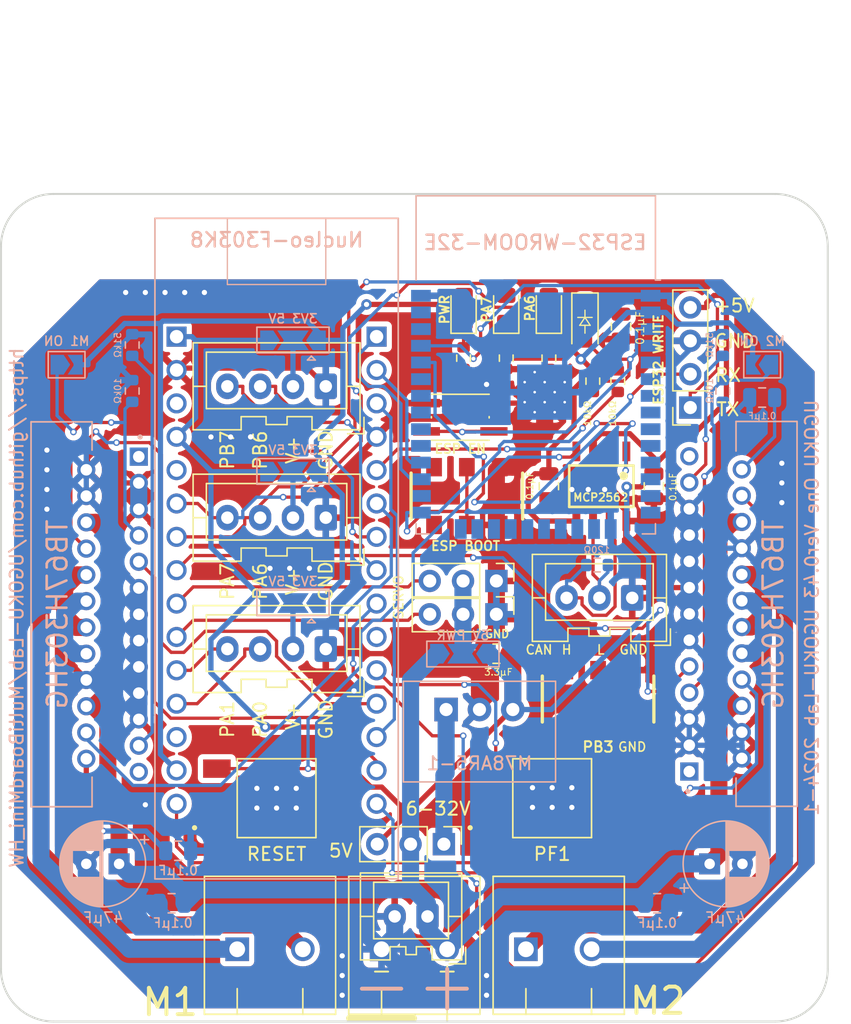
<source format=kicad_pcb>
(kicad_pcb (version 20221018) (generator pcbnew)
  (layers (0 "F.Cu" signal) (31 "B.Cu" signal) (34 "B.Paste" user) (35 "F.Paste" user) (36 "B.SilkS" user "B.Silkscreen") (37 "F.SilkS" user "F.Silkscreen") (38 "B.Mask" user) (39 "F.Mask" user) (44 "Edge.Cuts" user))
  (net 0 "")
  (net 1 "Net-(L1-K)")
  (net 2 "GND")
  (net 3 "+3V3")
  (net 4 "PWR")
  (net 5 "Net-(D1-A)")
  (net 6 "Net-(CAN1-Pin_2)")
  (net 7 "Net-(CAN1-Pin_3)")
  (net 8 "Net-(ENC/IO_1-Pin_2)")
  (net 9 "Net-(ENC/IO_1-Pin_3)")
  (net 10 "Net-(ENC/IO_1-Pin_4)")
  (net 11 "Net-(ENC/IO_2-Pin_2)")
  (net 12 "Net-(ENC/IO_2-Pin_3)")
  (net 13 "Net-(ENC/IO_2-Pin_4)")
  (net 14 "Net-(J1-Pin_3)")
  (net 15 "Net-(L2-K)")
  (net 16 "Net-(U2A-PF1)")
  (net 17 "Net-(U2A-NRST_1)")
  (net 18 "Net-(U2A-PB0)")
  (net 22 "Net-(U2A-PB5)")
  (net 27 "Net-(U2A-PA12)")
  (net 28 "Net-(U2A-PA11)")
  (net 29 "Net-(U5-VREG)")
  (net 30 "Net-(U4-VREG)")
  (net 31 "Net-(U4-STBY)")
  (net 32 "Net-(U5-STBY)")
  (net 33 "Net-(U5-OSC)")
  (net 34 "Net-(U4-OSC)")
  (net 35 "Net-(U4-OUT1A)")
  (net 36 "Net-(U4-OUT2A)")
  (net 37 "Net-(U5-OUT1A)")
  (net 38 "Net-(U5-OUT2A)")
  (net 39 "Net-(U2A-PB4)")
  (net 41 "Net-(U2B-PA5)")
  (net 42 "Net-(U2A-PB1)")
  (net 43 "Net-(U2A-PA8)")
  (net 44 "Net-(J2-Pin_3)")
  (net 45 "Net-(J6-Pin_1)")
  (net 46 "Net-(J6-Pin_2)")
  (net 47 "Net-(IO_3-Pin_4)")
  (net 48 "Net-(IO_3-Pin_3)")
  (net 49 "Net-(IO_3-Pin_2)")
  (net 53 "Net-(U2B-PB3)")
  (net 55 "Net-(J4-Pin_1)")
  (net 56 "Net-(J1-Pin_2)")
  (net 57 "Net-(L3-K)")
  (net 58 "Net-(U7-IO0)")
  (net 59 "Net-(U2A-PA9)")
  (net 60 "Net-(U2A-PA10)")
  (net 89 "+5V")
  (footprint "Capacitor_SMD:C_0805_2012Metric" (layer "F.Cu") (at 15.75 -21.4 -90)
    (fp_text reference "C9" hide)
    (fp_text value "0.1μF")
  )
  (footprint "Connector_PinHeader_2.54mm:PinHeader_1x03_P2.54mm_Vertical" (layer "F.Cu") (at 6.25 -2.04 -90)
    (fp_text reference "J1" hide)
    (fp_text value "PB0")
  )
  (footprint "MultiBoardMini_Libraries:SW_TL3301FF160QG" (layer "F.Cu") (at 10.5 14.5)
    (fp_text reference "SW1" hide)
    (fp_text value "PF1")
  )
  (footprint "Capacitor_SMD:C_0805_2012Metric" (layer "F.Cu") (at 18.25 -9.25 -90)
    (fp_text reference "C1" hide)
    (fp_text value "0.1μF")
  )
  (footprint "Connector_JST:JST_XA_B04B-XASK-1_1x04_P2.50mm_Vertical" (layer "F.Cu") (at -10.5 -6.855 180)
    (fp_text reference "ENC/IO_2" hide)
    (fp_text value "Conn_01x04")
  )
  (footprint "Resistor_SMD:R_0603_1608Metric" (layer "F.Cu") (at 15.5 -17.25 90)
    (fp_text reference "R12" hide)
    (fp_text value "10k")
  )
  (footprint "LED_SMD:LED_0805_2012Metric_Pad1.15x1.40mm_HandSolder" (layer "F.Cu") (at 10.25 -22.75 90)
    (fp_text reference "L3" hide)
    (fp_text value "LED")
  )
  (footprint "MountingHole:MountingHole_3.2mm_M3" (layer "F.Cu") (at 27.5 -27.5)
    (fp_text reference "REF**" hide)
    (fp_text value "MountingHole_3.2mm_M3" hide)
  )
  (footprint "MultiBoardMini_Libraries:PTS_1.5_2" (layer "F.Cu") (at 0 26)
    (fp_text reference "T3" hide)
    (fp_text value "PTS_1.5_2" hide)
  )
  (footprint "LED_SMD:LED_0805_2012Metric_Pad1.15x1.40mm_HandSolder" (layer "F.Cu") (at 7 -22.75 90)
    (fp_text reference "L2" hide)
    (fp_text value "LED")
  )
  (footprint "MountingHole:MountingHole_3.2mm_M3" (layer "F.Cu") (at -27.5 27.5)
    (fp_text reference "REF**" hide)
    (fp_text value "MountingHole_3.2mm_M3" hide)
  )
  (footprint "Diode_SMD:D_SOD-123F" (layer "F.Cu") (at 13 -21.75 -90)
    (fp_text reference "D1" hide)
    (fp_text value "D")
  )
  (footprint "LED_SMD:LED_0805_2012Metric_Pad1.15x1.40mm_HandSolder" (layer "F.Cu") (at 3.75 -22.75 90)
    (fp_text reference "L1" hide)
    (fp_text value "PWR")
  )
  (footprint "Resistor_SMD:R_0603_1608Metric" (layer "F.Cu") (at 10.25 -19 90)
    (fp_text reference "R6" hide)
    (fp_text value "3.3k")
  )
  (footprint "MultiBoardMini_Libraries:PTS_1.5_2" (layer "F.Cu") (at 11 26)
    (fp_text reference "MOTOR1" hide)
    (fp_text value "PTS_1.5_2" hide)
  )
  (footprint "MultiBoardMini_Libraries:SW_TL3301FF160QG" (layer "F.Cu") (at -10.5 14.5)
    (fp_text reference "SW2" hide)
    (fp_text value "RESET")
  )
  (footprint "Connector_PinSocket_2.54mm:PinSocket_1x04_P2.54mm_Vertical" (layer "F.Cu") (at 21.025 -15.24 180)
    (fp_text reference "J6" hide)
    (fp_text value "Conn_01x04")
  )
  (footprint "Connector_JST:JST_XA_B03B-XASK-1_1x03_P2.50mm_Vertical" (layer "F.Cu") (at 16.6 -0.75 180)
    (fp_text reference "CAN1" hide)
    (fp_text value "CAN")
  )
  (footprint "MountingHole:MountingHole_3.2mm_M3" (layer "F.Cu") (at -27.5 -27.5)
    (fp_text reference "REF**" hide)
    (fp_text value "MountingHole_3.2mm_M3" hide)
  )
  (footprint "MultiBoardMini_Libraries:SOIC127P600X175-8N" (layer "F.Cu") (at 14.25 -9.25 -90)
    (fp_text reference "U6" hide)
    (fp_text value "MCP2562-E_SN")
  )
  (footprint "Capacitor_SMD:C_0805_2012Metric" (layer "F.Cu") (at 6.25 3.5 180)
    (fp_text reference "C10" hide)
    (fp_text value "3.3μF")
  )
  (footprint "Capacitor_SMD:C_0805_2012Metric" (layer "F.Cu") (at 10.25 -9.25 -90)
    (fp_text reference "C2" hide)
    (fp_text value "0.1μF")
  )
  (footprint "MountingHole:MountingHole_3.2mm_M3" (layer "F.Cu") (at 27.5 27.5)
    (fp_text reference "REF**" hide)
    (fp_text value "MountingHole_3.2mm_M3" hide)
  )
  (footprint "MultiBoardMini_Libraries:PTS_1.5_2" (layer "F.Cu") (at -11 26)
    (fp_text reference "MOTOR2" hide)
    (fp_text value "PTS_1.5_2" hide)
  )
  (footprint "Resistor_SMD:R_0603_1608Metric" (layer "F.Cu") (at 3.75 -19 90)
    (fp_text reference "R4" hide)
    (fp_text value "3.3k")
  )
  (footprint "MultiBoardMini_Libraries:SSSS213202" (layer "F.Cu") (at 14 6.95)
    (fp_text reference "SW5" hide)
    (fp_text value "SW_Push_DPDT")
  )
  (footprint "Button_Switch_SMD:SW_Push_1P1T_NO_Vertical_Wuerth_434133025816" (layer "F.Cu") (at 3.5 -14.5)
    (fp_text reference "SW4" hide)
    (fp_text value "~")
  )
  (footprint "Connector_JST:JST_XA_B04B-XASK-1_1x04_P2.50mm_Vertical" (layer "F.Cu") (at -10.5 -16.855 180)
    (fp_text reference "IO_3" hide)
    (fp_text value "Conn_01x04")
  )
  (footprint "Connector_PinHeader_2.54mm:PinHeader_1x03_P2.54mm_Vertical" (layer "F.Cu") (at 6.25 0.5 -90)
    (fp_text reference "J2" hide)
    (fp_text value "PA10")
  )
  (footprint "Connector_JST:JST_XA_B02B-XASK-1_1x02_P2.50mm_Vertical" (layer "F.Cu") (at 1 23.5 180)
    (fp_text reference "J3" hide)
    (fp_text value "Conn_01x02_Male")
  )
  (footprint "Resistor_SMD:R_0603_1608Metric" (layer "F.Cu") (at 7 -19 90)
    (fp_text reference "R5" hide)
    (fp_text value "3.3k")
  )
  (footprint "Connector_PinHeader_2.54mm:PinHeader_1x03_P2.54mm_Vertical" (layer "F.Cu") (at 2.25 18 -90)
    (fp_text reference "J4" hide)
    (fp_text value "PA10")
  )
  (footprint "Resistor_SMD:R_0603_1608Metric" (layer "F.Cu") (at 13.6 -17.25 90)
    (fp_text reference "R9" hide)
    (fp_text value "10k")
  )
  (footprint "MultiBoardMini_Libraries:SSSS213202" (layer "F.Cu") (at 4 -8.5)
    (fp_text reference "SW3" hide)
    (fp_text value "SW_Push_DPDT")
  )
  (footprint "Connector_JST:JST_XA_B04B-XASK-1_1x04_P2.50mm_Vertical" (layer "F.Cu") (at -10.5 3.145 180)
    (fp_text reference "ENC/IO_1" hide)
    (fp_text value "Conn_01x04")
  )
  (footprint "Capacitor_SMD:C_0805_2012Metric" (layer "B.Cu") (at -18.5 22.5 180)
    (fp_text reference "C4" hide)
    (fp_text value "0.1μF")
  )
  (footprint "Resistor_SMD:R_0603_1608Metric" (layer "B.Cu") (at 13.925 -3.25 180)
    (fp_text reference "R1" hide)
    (fp_text value "120Ω")
  )
  (footprint "Capacitor_THT:CP_Radial_D6.3mm_P2.50mm" (layer "B.Cu") (at 22.5 19.5)
    (fp_text reference "C12" hide)
    (fp_text value "47μF")
  )
  (footprint "MultiBoardMini_Libraries:TO100P2930X465X1937-25" (layer "B.Cu") (at -23 0.5 -90)
    (fp_text reference "U5" hide)
    (fp_text value "TB67H303HG")
  )
  (footprint "Jumper:SolderJumper-3_P2.0mm_Open_TrianglePad1.0x1.5mm" (layer "B.Cu") (at -9.25 -10.355 180)
    (fp_text reference "JP2" hide)
    (fp_text value "Jumper_NC_Dual")
  )
  (footprint "Jumper:SolderJumper-2_P1.3mm_Open_TrianglePad1.0x1.5mm" (layer "B.Cu") (at 26.5 -18.5 180)
    (fp_text reference "MJP1" hide)
    (fp_text value "Jumper")
  )
  (footprint "Resistor_SMD:R_0603_1608Metric" (layer "B.Cu") (at 23.5 -16.5 90)
    (fp_text reference "R2" hide)
    (fp_text value "10kΩ")
  )
  (footprint "Jumper:SolderJumper-3_P2.0mm_Open_TrianglePad1.0x1.5mm" (layer "B.Cu") (at -9.25 -0.355 180)
    (fp_text reference "JP1" hide)
    (fp_text value "Jumper_NC_Dual")
  )
  (footprint "Resistor_SMD:R_0603_1608Metric" (layer "B.Cu") (at -21.5 -20 90)
    (fp_text reference "R7" hide)
    (fp_text value "51kΩ")
  )
  (footprint "MultiBoardMini_Libraries:MODULE_NUCLEO-F303K8" (layer "B.Cu") (at -10.5 -2.855 180)
    (fp_text reference "U2" hide)
    (fp_text value "NUCLEO-F303K8")
  )
  (footprint "RF_Module:ESP32-WROOM-32" (layer "B.Cu") (at 9.25 -15.5 180)
    (fp_text reference "U7" hide)
    (fp_text value "ESP32-WROOM-32")
  )
  (footprint "Resistor_SMD:R_0603_1608Metric" (layer "B.Cu") (at 23.5 -20 90)
    (fp_text reference "R13" hide)
    (fp_text value "51kΩ")
  )
  (footprint "Jumper:SolderJumper-3_P2.0mm_Open_TrianglePad1.0x1.5mm" (layer "B.Cu") (at 3.7 3.5)
    (fp_text reference "JP4" hide)
    (fp_text value "Jumper_NC_Dual")
  )
  (footprint "Jumper:SolderJumper-3_P2.0mm_Open_TrianglePad1.0x1.5mm" (layer "B.Cu") (at -9.25 -20.355 180)
    (fp_text reference "JP3" hide)
    (fp_text value "Jumper_NC_Dual")
  )
  (footprint "Capacitor_THT:CP_Radial_D6.3mm_P2.50mm" (layer "B.Cu") (at -22.5 19.5 180)
    (fp_text reference "C5" hide)
    (fp_text value "47μF")
  )
  (footprint "Resistor_SMD:R_0603_1608Metric" (layer "B.Cu") (at -21.5 -16.5 -90)
    (fp_text reference "R3" hide)
    (fp_text value "10kΩ")
  )
  (footprint "Capacitor_SMD:C_0805_2012Metric" (layer "B.Cu") (at 18.5 22.5)
    (fp_text reference "C11" hide)
    (fp_text value "0.1μF")
  )
  (footprint "MultiBoardMini_Libraries:TO100P2930X465X1937-25" (layer "B.Cu") (at 23 0.5 90)
    (fp_text reference "U4" hide)
    (fp_text value "TB67H303HG")
  )
  (footprint "Capacitor_SMD:C_0805_2012Metric" (layer "B.Cu") (at -18 18.5)
    (fp_text reference "C3" hide)
    (fp_text value "0.1μF")
  )
  (footprint "Capacitor_SMD:C_0805_2012Metric" (layer "B.Cu") (at 26.5 -16 180)
    (fp_text reference "C13" hide)
    (fp_text value "0.1μF")
  )
  (footprint "Jumper:SolderJumper-2_P1.3mm_Open_TrianglePad1.0x1.5mm" (layer "B.Cu") (at -26.5 -18.5)
    (fp_text reference "MJP2" hide)
    (fp_text value "Jumper")
  )
  (footprint "MultiBoardMini_Libraries:M78AR" (layer "B.Cu") (at 4.96 7.75)
    (fp_text reference "U1" hide)
    (fp_text value "M78AR5-1")
  )
  (gr_line (start -1 29) (end -4 29) (stroke (width 0.3)) (layer "B.SilkS"))
  (gr_line (start 2.5 27.5) (end 2.5 30.5) (stroke (width 0.3)) (layer "B.SilkS"))
  (gr_line (start 1 29) (end 4 29) (stroke (width 0.3)) (layer "B.SilkS"))
  (gr_line (start -3 27.7) (end -2 27.7) (stroke (width 0.15)) (layer "F.SilkS"))
  (gr_line (start 2.5 30.95) (end 2.5 31.5) (stroke (width 0.15)) (layer "F.SilkS"))
  (gr_line (start 2 27.7) (end 3 27.7) (stroke (width 0.15)) (layer "F.SilkS"))
  (gr_line (start 2.5 27.3) (end 2.5 28.2) (stroke (width 0.15)) (layer "F.SilkS"))
  (gr_line (start -4.95 31.25) (end -0.05 31.25) (stroke (width 0.5)) (layer "F.SilkS"))
  (gr_arc (start 27.5 -31.5) (mid 30.328427 -30.328427) (end 31.5 -27.5) (stroke (width 0.15)) (layer "Edge.Cuts"))
  (gr_line (start -31.5 -27.5) (end -31.5 27.5) (stroke (width 0.15)) (layer "Edge.Cuts"))
  (gr_arc (start -27.5 31.5) (mid -30.328427 30.328427) (end -31.5 27.5) (stroke (width 0.15)) (layer "Edge.Cuts"))
  (gr_line (start 27.5 -31.5) (end -27.5 -31.5) (stroke (width 0.15)) (layer "Edge.Cuts"))
  (gr_arc (start 31.5 27.5) (mid 30.328427 30.328427) (end 27.5 31.5) (stroke (width 0.15)) (layer "Edge.Cuts"))
  (gr_arc (start -31.5 -27.5) (mid -30.328427 -30.328427) (end -27.5 -31.5) (stroke (width 0.15)) (layer "Edge.Cuts"))
  (gr_line (start 31.5 27.5) (end 31.5 -27.5) (stroke (width 0.15)) (layer "Edge.Cuts"))
  (gr_line (start -27.5 31.5) (end 27.5 31.5) (stroke (width 0.15)) (layer "Edge.Cuts"))
  (gr_text "5V PWR" (at 3.7 2.1) (layer "B.SilkS") (effects (font (size 0.7 0.7) (thickness 0.12) bold) (justify mirror)))
  (gr_text "M2 ON" (at 26.5 -20.3) (layer "B.SilkS") (effects (font (size 0.7 0.7) (thickness 0.12) bold) (justify mirror)))
  (gr_text "Nucleo-F303K8" (at -10.5 -28) (layer "B.SilkS") (effects (font (size 1.1 1.1) (thickness 0.18)) (justify mirror)))
  (gr_text "10kΩ" (at -22.6 -16.5 90) (layer "B.SilkS") (effects (font (size 0.5 0.5) (thickness 0.08)) (justify mirror)))
  (gr_text "https://github.com/UGOKU-Lab/MultiBoardMini_HW" (at -30.3 0 90) (layer "B.SilkS") (effects (font (size 1 1)) (justify mirror)))
  (gr_text "47μF" (at 23.7 23.6) (layer "B.SilkS") (effects (font (size 0.8 0.8) (thickness 0.12) bold) (justify mirror)))
  (gr_text "0.1μF" (at 26.5 -14.6) (layer "B.SilkS") (effects (font (size 0.5 0.5) (thickness 0.08)) (justify mirror)))
  (gr_text "ESP32-WROOM-32E" (at 9.2 -27.8) (layer "B.SilkS") (effects (font (size 1.1 1.1) (thickness 0.18)) (justify mirror)))
  (gr_text "UGOKU One Ver0.43 UGOKU-Lab 2024-1" (at 30.3 0 90) (layer "B.SilkS") (effects (font (size 1 1)) (justify mirror)))
  (gr_text "3V3 5V" (at -9.25 -2) (layer "B.SilkS") (effects (font (size 0.7 0.7) (thickness 0.12) bold) (justify mirror)))
  (gr_text "3V3 5V" (at -9.25 -12) (layer "B.SilkS") (effects (font (size 0.7 0.7) (thickness 0.12) bold) (justify mirror)))
  (gr_text "3V3 5V" (at -9.25 -22) (layer "B.SilkS") (effects (font (size 0.7 0.7) (thickness 0.12) bold) (justify mirror)))
  (gr_text "51kΩ" (at 22.5 -20 90) (layer "B.SilkS") (effects (font (size 0.5 0.5) (thickness 0.08)) (justify mirror)))
  (gr_text "M1 ON" (at -26.5 -20.3) (layer "B.SilkS") (effects (font (size 0.7 0.7) (thickness 0.12) bold) (justify mirror)))
  (gr_text "10kΩ" (at 22.5 -16.5 90) (layer "B.SilkS") (effects (font (size 0.5 0.5) (thickness 0.08)) (justify mirror)))
  (gr_text "0.1μF" (at 18.5 24) (layer "B.SilkS") (effects (font (size 0.7 0.7) (thickness 0.12) bold) (justify mirror)))
  (gr_text "51kΩ" (at -22.6 -20 90) (layer "B.SilkS") (effects (font (size 0.5 0.5) (thickness 0.08)) (justify mirror)))
  (gr_text "0.1μF" (at -18.4 24) (layer "B.SilkS") (effects (font (size 0.7 0.7) (thickness 0.12) bold) (justify mirror)))
  (gr_text "0.1μF" (at -18 20) (layer "B.SilkS") (effects (font (size 0.7 0.7) (thickness 0.12) bold) (justify mirror)))
  (gr_text "120Ω" (at 13.9 -4.4) (layer "B.SilkS") (effects (font (size 0.5 0.5) (thickness 0.08)) (justify mirror)))
  (gr_text "47μF" (at -23.7 23.6) (layer "B.SilkS") (effects (font (size 0.8 0.8) (thickness 0.12) bold) (justify mirror)))
  (gr_text "ESP BOOT" (at 3.9 -4.7) (layer "F.SilkS") (effects (font (size 0.7 0.7) (thickness 0.14) bold)))
  (gr_text "CAN" (at 9.5 3.2) (layer "F.SilkS") (effects (font (size 0.7 0.7) (thickness 0.12) bold)))
  (gr_text "10kΩ" (at 13.2 -14.8 90) (layer "F.SilkS") (effects (font (size 0.5 0.5) (thickness 0.08))))
  (gr_text "GND" (at 24.4 -20.3) (layer "F.SilkS") (effects (font (size 1 1))))
  (gr_text "3.3μF" (at 6.4 4.9) (layer "F.SilkS") (effects (font (size 0.5 0.5) (thickness 0.08))))
  (gr_text "TX" (at 23.9 -15.1) (layer "F.SilkS") (effects (font (size 1 1))))
  (gr_text "SERVO" (at -1.2 -0.8 90) (layer "F.SilkS") (effects (font (size 0.7 0.7) (thickness 0.12) bold)))
  (gr_text "M2\n" (at 16.25 31.1) (layer "F.SilkS") (effects (font (size 2 2) (thickness 0.3)) (justify left bottom)))
  (gr_text "V+\n" (at -9.25 8.25 90) (layer "F.SilkS") (effects (font (size 1 1))))
  (gr_text "PWR" (at 2.3 -22.7 90) (layer "F.SilkS") (effects (font (size 0.7 0.7))))
  (gr_text "V+\n" (at -9.25 -2 90) (layer "F.SilkS") (effects (font (size 1 1))))
  (gr_text "+5V\n" (at 24.4 -23) (layer "F.SilkS") (effects (font (size 1 1))))
  (gr_text "PA0\n" (at -11.75 8.5 90) (layer "F.SilkS") (effects (font (size 1 1))))
  (gr_text "PA7\n" (at -14.25 -2 90) (layer "F.SilkS") (effects (font (size 1 1))))
  (gr_text "GND\n" (at -6.75 -2 90) (layer "F.SilkS") (effects (font (size 1 1))))
  (gr_text "PB3\n" (at 14 10.6) (layer "F.SilkS") (effects (font (size 0.8 0.8))))
  (gr_text "V+\n" (at -9.25 -12 90) (layer "F.SilkS") (effects (font (size 1 1))))
  (gr_text "0.1μF" (at 19.7 -9.2 90) (layer "F.SilkS") (effects (font (size 0.5 0.5) (thickness 0.08))))
  (gr_text "PA1" (at -14.25 8.5 90) (layer "F.SilkS") (effects (font (size 1 1))))
  (gr_text "6-32V" (at 1.8 15.3) (layer "F.SilkS") (effects (font (size 1 1))))
  (gr_text "10kΩ" (at 15.1 -14.8 90) (layer "F.SilkS") (effects (font (size 0.5 0.5) (thickness 0.08))))
  (gr_text "GND\n" (at 16.7 3.2) (layer "F.SilkS") (effects (font (size 0.7 0.7) (thickness 0.12) bold)))
  (gr_text "GND\n" (at 16.6 10.6) (layer "F.SilkS") (effects (font (size 0.7 0.7) (thickness 0.12) bold)))
  (gr_text "PB7\n" (at -14.25 -12 90) (layer "F.SilkS") (effects (font (size 1 1))))
  (gr_text "0.1μF" (at 8.8 -9.3 90) (layer "F.SilkS") (effects (font (size 0.5 0.5) (thickness 0.08))))
  (gr_text "GND\n" (at -6.75 8.5 90) (layer "F.SilkS") (effects (font (size 1 1))))
  (gr_text "ESP EN" (at 3.5 -12.1) (layer "F.SilkS") (effects (font (size 0.7 0.7) (thickness 0.14) bold)))
  (gr_text "PB6\n" (at -11.75 -12 90) (layer "F.SilkS") (effects (font (size 1 1))))
  (gr_text "RESET" (at -10.5 18.75) (layer "F.SilkS") (effects (font (size 1 1))))
  (gr_text "M1\n" (at -20.9 31.2) (layer "F.SilkS") (effects (font (size 2 2) (thickness 0.3)) (justify left bottom)))
  (gr_text "H" (at 11.6 3.2) (layer "F.SilkS") (effects (font (size 0.7 0.7) (thickness 0.12) bold)))
  (gr_text "MCP2562" (at 14.2 -8.4) (layer "F.SilkS") (effects (font (size 0.6 0.6) (thickness 0.12) bold)))
  (gr_text "5V\n" (at -5.6 18.5) (layer "F.SilkS") (effects (font (size 1 1))))
  (gr_text "L" (at 14.2 3.2) (layer "F.SilkS") (effects (font (size 0.7 0.7) (thickness 0.12) bold)))
  (gr_text "PA6" (at 8.8 -22.8 90) (layer "F.SilkS") (effects (font (size 0.7 0.7))))
  (gr_text "RX" (at 23.9 -17.7) (layer "F.SilkS") (effects (font (size 1 1))))
  (gr_text "PA7" (at 5.5 -22.7 90) (layer "F.SilkS") (effects (font (size 0.7 0.7))))
  (gr_text "PF1" (at 10.5 18.75) (layer "F.SilkS") (effects (font (size 1 1))))
  (gr_text "ESP32 WRITE\n" (at 18.6 -18.9 90) (layer "F.SilkS") (effects (font (size 0.7 0.7))))
  (gr_text "0.1μF" (at 17.2 -21.3 90) (layer "F.SilkS") (effects (font (size 0.6 0.6) (thickness 0.08))))
  (gr_text "GND\n" (at 6.3 2) (layer "F.SilkS") (effects (font (size 0.6 0.6) (thickness 0.12) bold)))
  (gr_text "PA6\n" (at -11.75 -2 90) (layer "F.SilkS") (effects (font (size 1 1))))
  (gr_text "GND\n" (at -6.75 -12 90) (layer "F.SilkS") (effects (font (size 1 1))))
  (segment (start 3.75 -21.725) (end 3.75 -19.825) (width 0.25) (layer "F.Cu") (net 1))
  (segment (start -24.9056 -10.5) (end -23.9056 -9.5) (width 0.4) (layer "F.Cu") (net 2))
  (segment (start 16.5 4.75) (end 17.5019 4.75) (width 0.4) (layer "F.Cu") (net 2))
  (segment (start 6.25 0.9143) (end 12.0381 0.9143) (width 0.4) (layer "F.Cu") (net 2))
  (segment (start 4.96 3.8699) (end 4.5851 3.495) (width 0.4) (layer "F.Cu") (net 2))
  (segment (start 6.25 -2.04) (end 6.25 -6.245) (width 1.3) (layer "F.Cu") (net 2))
  (segment (start 15.4981 4.3743) (end 15.4981 4.75) (width 0.4) (layer "F.Cu") (net 2))
  (segment (start -5.974 16.75) (end -5.4231 16.75) (width 0.25) (layer "F.Cu") (net 2))
  (segment (start 6.25 -6.245) (end 6.25 -10.45) (width 1.3) (layer "F.Cu") (net 2))
  (segment (start -5.974 16.75) (end -6.525 16.75) (width 0.25) (layer "F.Cu") (net 2))
  (segment (start 9.93 -14.885) (end 9.93 -13.13) (width 1.3) (layer "F.Cu") (net 2))
  (segment (start -22.6372 -13.4491) (end -18.12 -17.9663) (width 0.4) (layer "F.Cu") (net 2))
  (segment (start 3.75 -15.575) (end 0.925 -15.575) (width 0.4) (layer "F.Cu") (net 2))
  (segment (start -6.75 -6.855) (end -6.75 -9.145) (width 0.4) (layer "F.Cu") (net 2))
  (segment (start 4.96 7.75) (end 4.96 3.8699) (width 1.3) (layer "F.Cu") (net 2))
  (segment (start 6.25 -6.245) (end 6.445 -6.245) (width 0.4) (layer "F.Cu") (net 2))
  (segment (start 15.505 -8) (end 15.805 -8.3) (width 0.4) (layer "F.Cu") (net 2))
  (segment (start -8.1372 -18.2422) (end -17.9728 -18.2422) (width 0.4) (layer "F.Cu") (net 2))
  (segment (start 5.3 2.775) (end 6.25 1.825) (width 1.3) (layer "F.Cu") (net 2))
  (segment (start 12.0381 0.9143) (end 15.4981 4.3743) (width 0.4) (layer "F.Cu") (net 2))
  (segment (start -17.9728 -18.2422) (end -18.12 -18.095) (width 0.4) (layer "F.Cu") (net 2))
  (segment (start 19.7819 2.47) (end 20.95 2.47) (width 0.4) (layer "F.Cu") (net 2))
  (segment (start 5.95 16.75) (end 15.05 16.75) (width 0.4) (layer "F.Cu") (net 2))
  (segment (start -6.75 -16.855) (end -8.1372 -18.2422) (width 0.4) (layer "F.Cu") (net 2))
  (segment (start 9.1675 -17.935) (end 10.01 -17.935) (width 0.4) (layer "F.Cu") (net 2))
  (segment (start 17.5019 4.75) (end 19.7819 2.47) (width 0.4) (layer "F.Cu") (net 2))
  (segment (start 6.25 0.5) (end 6.25 -2.04) (width 1.3) (layer "F.Cu") (net 2))
  (segment (start 0.925 -15.575) (end -0.5019 -15.575) (width 0.4) (layer "F.Cu") (net 2))
  (segment (start 21.025 -20.32) (end 15.88 -20.32) (width 0.4) (layer "F.Cu") (net 2))
  (segment (start 3.75 -15.575) (end 3.75 -18.175) (width 0.4) (layer "F.Cu") (net 2))
  (segment (start 6.075 -15.575) (end 8.3325 -15.575) (width 0.4) (layer "F.Cu") (net 2))
  (segment (start 10.01 -17.935) (end 10.25 -18.175) (width 0.4) (layer "F.Cu") (net 2))
  (segment (start 15.505 -8) (end 16.155 -7.35) (width 0.4) (layer "F.Cu") (net 2))
  (segment (start -2.88 -13.1969) (end -2.88 -13.015) (width 0.4) (layer "F.Cu") (net 2))
  (segment (start 6.25 1.825) (end 6.25 0.9143) (width 1.3) (layer "F.Cu") (net 2))
  (segment (start -24.9056 -10.5) (end -25 -10.5) (width 0.4) (layer "F.Cu") (net 2))
  (segment (start -0.5019 -15.575) (end -2.88 -13.1969) (width 0.4) (layer "F.Cu") (net 2))
  (segment (start 7.5 -10.7) (end 6.5 -10.7) (width 1.3) (layer "F.Cu") (net 2))
  (segment (start 15.805 -8.3) (end 18.25 -8.3) (width 0.4) (layer "F.Cu") (net 2))
  (segment (start 8.3325 -15.575) (end 8.405 -15.6475) (width 0.4) (layer "F.Cu") (net 2))
  (segment (start 18.25 -8.3) (end 20.18 -8.3) (width 0.4) (layer "F.Cu") (net 2))
  (segment (start 9.1675 -14.885) (end 9.93 -14.885) (width 0.4) (layer "F.Cu") (net 2))
  (segment (start 16.155 -7.35) (end 16.155 -6.6) (width 0.4) (layer "F.Cu") (net 2))
  (segment (start -6.4 3.495) (end -6.75 3.145) (width 0.4) (layer "F.Cu") (net 2))
  (segment (start -18.12 -17.9663) (end -18.12 -18.095) (width 0.4) (layer "F.Cu") (net 2))
  (segment (start 4.96 3.8699) (end 4.96 3.84) (width 1.3) (layer "F.Cu") (net 2))
  (segment (start 7 -18.175) (end 8.9275 -18.175) (width 0.4) (layer "F.Cu") (net 2))
  (segment (start 17.38 -1.53) (end 16.6 -0.75) (width 0.4) (layer "F.Cu") (net 2))
  (segment (start 4.96 3.84) (end 5.3 3.5) (width 1.3) (layer "F.Cu") (net 2))
  (segment (start 15.88 -20.32) (end 15.75 -20.45) (width 0.4) (layer "F.Cu") (net 2))
  (segment (start 6.445 -6.245) (end 6.5 -6.3) (width 0.4) (layer "F.Cu") (net 2))
  (segment (start 3.75 -15.575) (end 6.075 -15.575) (width 0.4) (layer "F.Cu") (net 2))
  (segment (start 20.95 10.47) (end 16.5 10.47) (width 0.4) (layer "F.Cu") (net 2))
  (segment (start 16.5 4.75) (end 15.4981 4.75) (width 0.4) (layer "F.Cu") (net 2))
  (segment (start 10.6925 -14.885) (end 9.93 -14.885) (width 0.4) (layer "F.Cu") (net 2))
  (segment (start -23.9056 -9.5) (end -21 -9.5) (width 0.4) (layer "F.Cu") (net 2))
  (segment (start 4.5851 3.495) (end -6.4 3.495) (width 0.4) (layer "F.Cu") (net 2))
  (segment (start 20.18 -8.3) (end 20.95 -7.53) (width 0.4) (layer "F.Cu") (net 2))
  (segment (start 6.25 -10.45) (end 6.5 -10.7) (width 1.3) (layer "F.Cu") (net 2))
  (segment (start 9.93 -13.13) (end 7.5 -10.7) (width 1.3) (layer "F.Cu") (net 2))
  (segment (start -24.9056 -10.5) (end -24.9056 -11.394) (width 0.4) (layer "F.Cu") (net 2))
  (segment (start 8.9275 -18.175) (end 9.1675 -17.935) (width 0.4) (layer "F.Cu") (net 2))
  (segment (start 14.885 -9.22) (end 15.805 -8.3) (width 0.4) (layer "F.Cu") (net 2))
  (segment (start 16.5 10.47) (end 16.5 9.15) (width 0.4) (layer "F.Cu") (net 2))
  (segment (start 14.885 -11.9) (end 14.885 -9.22) (width 0.4) (layer "F.Cu") (net 2))
  (segment (start 20.95 -1.53) (end 17.38 -1.53) (width 0.4) (layer "F.Cu") (net 2))
  (segment (start 5.3 3.5) (end 5.3 2.775) (width 1.3) (layer "F.Cu") (net 2))
  (segment (start -5.95 16.75) (end -15.05 16.75) (width 0.4) (layer "F.Cu") (net 2))
  (segment (start -6.75 -9.145) (end -2.88 -13.015) (width 0.4) (layer "F.Cu") (net 2))
  (segment (start 6.25 0.9143) (end 6.25 0.5) (width 1.3) (layer "F.Cu") (net 2))
  (segment (start 9.93 -15.6475) (end 9.93 -14.885) (width 1.3) (layer "F.Cu") (net 2))
  (segment (start -22.8505 -13.4491) (end -22.6372 -13.4491) (width 0.4) (layer "F.Cu") (net 2))
  (segment (start -24.9056 -11.394) (end -22.8505 -13.4491) (width 0.4) (layer "F.Cu") (net 2))
  (via (at 5.5 28) (size 0.8) (drill 0.4) (layers "F.Cu" "B.Cu") (net 2))
  (via (at -14 -13) (size 0.8) (drill 0.4) (layers "F.Cu" "B.Cu") (net 2))
  (via (at 12 -9) (size 0.8) (drill 0.4) (layers "F.Cu" "B.Cu") (net 2))
  (via (at -12 15.25) (size 0.8) (drill 0.4) (layers "F.Cu" "B.Cu") (net 2))
  (via (at 5.5 29.5) (size 0.8) (drill 0.4) (layers "F.Cu" "B.Cu") (net 2))
  (via (at -8 -3) (size 0.8) (drill 0.4) (layers "F.Cu" "B.Cu") (net 2))
  (via (at -5.5 28) (size 0.8) (drill 0.4) (layers "F.Cu" "B.Cu") (net 2))
  (via (at -5.5 29.5) (size 0.8) (drill 0.4) (layers "F.Cu" "B.Cu") (net 2))
  (via (at 9 13.7) (size 0.8) (drill 0.4) (layers "F.Cu" "B.Cu") (net 2))
  (via (at -10.5 13.75) (size 0.8) (drill 0.4) (layers "F.Cu" "B.Cu") (net 2))
  (via (at -28 -10.5) (size 0.8) (drill 0.4) (layers "F.Cu" "B.Cu") (net 2))
  (via (at -28 -12) (size 0.8) (drill 0.4) (layers "F.Cu" "B.Cu") (net 2))
  (via (at -5.5 26.5) (size 0.8) (drill 0.4) (layers "F.Cu" "B.Cu") (net 2))
  (via (at -10.5 15.25) (size 0.8) (drill 0.4) (layers "F.Cu" "B.Cu") (net 2))
  (via (at -17.5 -24) (size 0.8) (drill 0.4) (layers "F.Cu" "B.Cu") (net 2))
  (via (at 5.5 -17) (size 0.8) (drill 0.4) (layers "F.Cu" "B.Cu") (net 2))
  (via (at 28 -11) (size 0.8) (drill 0.4) (layers "F.Cu" "B.Cu") (net 2))
  (via (at 28 -9.5) (size 0.8) (drill 0.4) (layers "F.Cu" "B.Cu") (net 2))
  (via (at -4.6 6.33) (size 0.8) (drill 0.4) (layers "F.Cu" "B.Cu") (net 2))
  (via (at -9.5 -3) (size 0.8) (drill 0.4) (layers "F.Cu" "B.Cu") (net 2))
  (via (at -19 -24) (size 0.8) (drill 0.4) (layers "F.Cu" "B.Cu") (net 2))
  (via (at 28 -8) (size 0.8) (drill 0.4) (layers "F.Cu" "B.Cu") (net 2))
  (via (at 13.25 -9) (size 0.8) (drill 0.4) (layers "F.Cu" "B.Cu") (net 2))
  (via (at -12 13.75) (size 0.8) (drill 0.4) (layers "F.Cu" "B.Cu") (net 2))
  (via (at 12 13.7) (size 0.8) (drill 0.4) (layers "F.Cu" "B.Cu") (net 2))
  (via (at -15.5 -13) (size 0.8) (drill 0.4) (layers "F.Cu" "B.Cu") (net 2))
  (via (at 10.5 13.7) (size 0.8) (drill 0.4) (layers "F.Cu" "B.Cu") (net 2))
  (via (at 12 15.2) (size 0.8) (drill 0.4) (layers "F.Cu" "B.Cu") (net 2))
  (via (at -9 13.75) (size 0.8) (drill 0.4) (layers "F.Cu" "B.Cu") (net 2))
  (via (at 10.5 15.2) (size 0.8) (drill 0.4) (layers "F.Cu" "B.Cu") (net 2))
  (via (at -28 -9) (size 0.8) (drill 0.4) (layers "F.Cu" "B.Cu") (net 2))
  (via (at 9 15.2) (size 0.8) (drill 0.4) (layers "F.Cu" "B.Cu") (net 2))
  (via (at -12.480769 -13.007694) (size 0.8) (drill 0.4) (layers "F.Cu" "B.Cu") (net 2))
  (via (at -20.5 -24) (size 0.8) (drill 0.4) (layers "F.Cu" "B.Cu") (net 2))
  (via (at -28 -7.5) (size 0.8) (drill 0.4) (layers "F.Cu" "B.Cu") (net 2))
  (via (at -20.5 15) (size 0.8) (drill 0.4) (layers "F.Cu" "B.Cu") (net 2))
  (via (at -11 -3) (size 0.8) (drill 0.4) (layers "F.Cu" "B.Cu") (net 2))
  (via (at 14.5 -9) (size 0.8) (drill 0.4) (layers "F.Cu" "B.Cu") (net 2))
  (via (at -22 -24) (size 0.8) (drill 0.4) (layers "F.Cu" "B.Cu") (net 2))
  (via (at -16 -24) (size 0.8) (drill 0.4) (layers "F.Cu" "B.Cu") (net 2))
  (via (at -9 15.25) (size 0.8) (drill 0.4) (layers "F.Cu" "B.Cu") (net 2))
  (segment (start -19.45 23.225) (end -19.45 22.5) (width 1.3) (layer "B.Cu") (net 2))
  (segment (start -25 -13.825) (end -25 -10.5) (width 0.4) (layer "B.Cu") (net 2))
  (segment (start 20.98 -4.53) (end 20.95 -4.5) (width 1.3) (layer "B.Cu") (net 2))
  (segment (start 20.95 8.47) (end 20.95 10.47) (width 0.4) (layer "B.Cu") (net 2))
  (segment (start -25.4066 19.0934) (end -26.744 17.756) (width 1.3) (layer "B.Cu") (net 2))
  (segment (start 25 11.52) (end 24.975 11.495) (width 1.3) (layer "B.Cu") (net 2))
  (segment (start 8.405 -17.1725) (end 8.405 -16.41) (width 0.4) (layer "B.Cu") (net 2))
  (segment (start 21.025 -20.32) (end 21.651 -20.32) (width 0.4) (layer "B.Cu") (net 2))
  (segment (start 9.93 -14.885) (end 9.93 -15.6475) (width 0.4) (layer "B.Cu") (net 2))
  (segment (start -20.65 22.5) (end -20.175 22.5) (width 1.3) (layer "B.Cu") (net 2))
  (segment (start 23.656 -14.106) (end 25.55 -16) (width 0.4) (layer "B.Cu") (net 2))
  (segment (start -21 0.5) (end -21 -1.5) (width 1.3) (layer "B.Cu") (net 2))
  (segment (start 20.95 2.47) (end 20.95 0.47) (width 1.3) (layer "B.Cu") (net 2))
  (segment (start -22 5.5) (end -21 6.5) (width 1.3) (layer "B.Cu") (net 2))
  (segment (start -18.375 24.3) (end -18.8375 23.8375) (width 1.3) (layer "B.Cu") (net 2))
  (segment (start 16.3431 -23.75) (end 18 -23.75) (width 0.4) (layer "B.Cu") (net 2))
  (segment (start 21.651 -20.32) (end 22.2769 -20.32) (width 0.4) (layer "B.Cu") (net 2))
  (segment (start -16.7865 24.3) (end -18.375 24.3) (width 1.3) (layer "B.Cu") (net 2))
  (segment (start 9.93 -17.1725) (end 9.93 -16.41) (width 0.4) (layer "B.Cu") (net 2))
  (segment (start 25 18.7) (end 25 19.5) (width 1.3) (layer "B.Cu") (net 2))
  (segment (start 23.656 -12.7151) (end 23.5 -12.8711) (width 0.4) (layer "B.Cu") (net 2))
  (segment (start 24.975 10.495) (end 24.95 10.47) (width 0.4) (layer "B.Cu") (net 2))
  (segment (start 19.45 22.5) (end 22.5849 22.5) (width 1.3) (layer "B.Cu") (net 2))
  (segment (start 19.276 8.47) (end 19.206 8.4) (width 1.3) (layer "B.Cu") (net 2))
  (segment (start 23.2 17.65) (end 23.95 17.65) (width 1.3) (layer "B.Cu") (net 2))
  (segment (start 19.336 10.47) (end 19.206 10.6) (width 1.3) (layer "B.Cu") (net 2))
  (segment (start 18.4 24.275) (end 19.45 23.225) (width 1.3) (layer "B.Cu") (net 2))
  (segment (start 14.96 -4.8381) (end 16.6 -3.1981) (width 0.4) (layer "B.Cu") (net 2))
  (segment (start 16.225 24.275) (end 18.4 24.275) (width 1.3) (layer "B.Cu") (net 2))
  (segment (start -21.5 -17.325) (end -25 -13.825) (width 0.4) (layer "B.Cu") (net 2))
  (segment (start 20.95 -7.3357) (end 20.95 -7.53) (width 1.3) (layer "B.Cu") (net 2))
  (segment (start -20.65 22.5) (end -22.8 22.5) (width 1.3) (layer "B.Cu") (net 2))
  (segment (start 22.7819 -20.825) (end 22.2769 -20.32) (width 0.4) (layer "B.Cu") (net 2))
  (segment (start -26.744 6.55) (end -25.694 5.5) (width 1.3) (layer "B.Cu") (net 2))
  (segment (start 21.651 -20.32) (end 19.7623 -18.4313) (width 0.4) (layer "B.Cu") (net 2))
  (segment (start 9.93 -17.935) (end 9.93 -17.1725) (width 0.4) (layer "B.Cu") (net 2))
  (segment (start 23.656 -10.236) (end 23.656 -12.7151) (width 0.4) (layer "B.Cu") (net 2))
  (segment (start -20.175 22.5) (end -20.65 22.5) (width 1.3) (layer "B.Cu") (net 2))
  (segment (start 23.5 -20.825) (end 22.7819 -20.825) (width 0.4) (layer "B.Cu") (net 2))
  (segment (start -26.744 17.756) (end -26.744 6.55) (width 1.3) (layer "B.Cu") (net 2))
  (segment (start 25 20.0849) (end 25 19.5) (width 1.3) (layer "B.Cu") (net 2))
  (segment (start -20.175 22.5) (end -19.45 23.225) (width 1.3) (layer "B.Cu") (net 2))
  (segment (start 20.95 -3.53) (end 20.95 -4.5) (width 1.3) (layer "B.Cu") (net 2))
  (segment (start -21 7.3) (end -21 6.5) (width 1.3) (layer "B.Cu") (net 2))
  (segment (start 24.975 11.495) (end 24.975 10.495) (width 0.4) (layer "B.Cu") (net 2))
  (segment (start 24.95 10.47) (end 20.95 10.47) (width 0.4) (layer "B.Cu") (net 2))
  (segment (start -25 -8.5) (end -23.7083 -7.2083) (width 0.4) (layer "B.Cu") (net 2))
  (segment (start 19.206 3.52) (end 19.206 8.4) (width 1.3) (layer "B.Cu") (net 2))
  (segment (start 19.206 13.656) (end 23.2 17.65) (width 1.3) (layer "B.Cu") (net 2))
  (segment (start 8.405 -17.935) (end 8.405 -17.1725) (width 0.4) (layer "B.Cu") (net 2))
  (segment (start 20.95 -4.5) (end 20.95 -5.53) (width 1.3) (layer "B.Cu") (net 2))
  (segment (start 20.95 2.47) (end 20.256 2.47) (width 1.3) (layer "B.Cu") (net 2))
  (segment (start 11.455 -15.6475) (end 11.455 -14.885) (width 0.4) (layer "B.Cu") (net 2))
  (segment (start -2.5 26) (end -0.5549 27.9451) (width 1.3) (layer "B.Cu") (net 2))
  (segment (start 9.93 -16.41) (end 9.93 -15.6475) (width 0.4) (layer "B.Cu") (net 2))
  (segment (start 20.256 2.47) (end 19.206 3.52) (width 1.3) (layer "B.Cu") (net 2))
  (segment (start 20.95 0.47) (end 20.95 -1.53) (width 1.3) (layer "B.Cu") (net 2))
  (segment (start 24.975 11.495) (end 24.95 11.47) (width 1.3) (layer "B.Cu") (net 2))
  (segment (start 23.5 -12.8711) (end 23.5 -15.675) (width 0.4) (layer "B.Cu") (net 2))
  (segment (start 20.95 -1.53) (end 20.95 -3.53) (width 1.3) (layer "B.Cu") (net 2))
  (segment (start 19.206 8.4) (end 19.206 10.6) (width 1.3) (layer "B.Cu") (net 2))
  (segment (start 19.206 10.6) (end 19.206 13.656) (width 1.3) (layer "B.Cu") (net 2))
  (segment (start 6.55 24.75) (end 6.55 24.6651) (width 1.3) (layer "B.Cu") (net 2))
  (segment (start 19.7623 -8.7177) (end 20.95 -7.53) (width 0.4) (layer "B.Cu") (net 2))
  (segment (start 20.95 -5.53) (end 20.95 -7.3357) (width 1.3) (layer "B.Cu") (net 2))
  (segment (start -25.4066 17.7434) (end -25.4066 19.0934) (width 0.4) (layer "B.Cu") (net 2))
  (segment (start -21 6.5) (end -21 7.3) (width 1.3) (layer "B.Cu") (net 2))
  (segment (start 20.95 10.47) (end 19.336 10.47) (width 0.4) (layer "B.Cu") (net 2))
  (segment (start -21.5 -17.325) (end -22.3997 -18.2247) (width 0.4) (layer "B.Cu") (net 2))
  (segment (start -25 20.3) (end -25 19.5) (width 1.3) (layer "B.Cu") (net 2))
  (segment (start -21 6.5) (end -21 4.5) (width 1.3) (layer "B.Cu") (net 2))
  (segment (start -18.8375 23.8375) (end -19.45 23.225) (width 1.3) (layer "B.Cu") (net 2))
  (segment (start 24.95 10.47) (end 24.95 9.47) (width 0.4) (layer "B.Cu") (net 2))
  (segment (start -22.3997 -18.2247) (end -22.3997 -19.9253) (width 0.4) (layer "B.Cu") (net 2))
  (segment (start -1.5 23.5) (end -1.5 25) (width 1.3) (layer "B.Cu") (net 2))
  (segment (start 19.45 23.225) (end 19.45 22.5) (width 1.3) (layer "B.Cu") (net 2))
  (segment (start 23.656 -12.7151) (end 23.656 -14.106) (width 0.4) (layer "B.Cu") (net 2))
  (segment (start -19.45 22.5) (end -20.175 22.5) (width 1.3) (layer "B.Cu") (net 2))
  (segment (start -21 4.5) (end -21 2.5) (width 1.3) (layer "B.Cu") (net 2))
  (segment (start -1.5 25) (end -2.5 26) (width 1.3) (layer "B.Cu") (net 2))
  (segment (start -22 5.5) (end -21 4.5) (width 1.3) (layer "B.Cu") (net 2))
  (segment (start 11.455 -17.1725) (end 11.455 -17.935) (width 0.4) (layer "B.Cu") (net 2))
  (segment (start 7.1651 24.05) (end 16 24.05) (width 1.3) (layer "B.Cu") (net 2))
  (segment (start 16 24.05) (end 16.225 24.275) (width 1.3) (layer "B.Cu") (net 2))
  (segment (start -23.7083 -4.2083) (end -21 -1.5) (width 0.4) (layer "B.Cu") (net 2))
  (segment (start 8.405 -17.935) (end 9.1675 -17.935) (width 0.4) (layer "B.Cu") (net 2))
  (segment (start 9.1675 -16.41) (end 8.405 -16.41) (width 0.4) (layer "B.Cu") (net 2))
  (segment (start -22.8 22.5) (end -25 20.3) (width 1.3) (layer "B.Cu") (net 2))
  (segment (start 14.96 -5.99) (end 14.96 -4.8381) (width 0.4) (layer "B.Cu") (net 2))
  (segment (start -25 5.5) (end -22 5.5) (width 1.3) (layer "B.Cu") (net 2))
  (segment (start 16.6 -3.1981) (end 16.6 -0.75) (width 0.4) (layer "B.Cu") (net 2))
  (segment (start 3.3549 27.9451) (end 6.55 24.75) (width 1.3) (layer "B.Cu") (net 2))
  (segment (start 10.6925 -16.41) (end 9.93 -16.41) (width 0.4) (layer "B.Cu") (net 2))
  (segment (start -23.7083 -7.2083) (end -23.7083 -4.2083) (width 0.4) (layer "B.Cu") (net 2))
  (segment (start 11.455 -16.41) (end 11.455 -15.6475) (width 0.4) (layer "B.Cu") (net 2))
  (segment (start -22.3997 -19.9253) (end -21.5 -20.825) (width 0.4) (layer "B.Cu") (net 2))
  (segment (start 20.95 -7.53) (end 23.656 -10.236) (width 0.4) (layer "B.Cu") (net 2))
  (segment (start -16.5365 24.05) (end -16.7865 24.3) (width 1.3) (layer "B.Cu") (net 2))
  (segment (start 11.455 -17.1725) (end 11.455 -16.41) (width 0.4) (layer "B.Cu") (net 2))
  (segment (start 11.455 -18.8619) (end 16.3431 -23.75) (width 0.4) (layer "B.Cu") (net 2))
  (segment (start -21 2.5) (end -21 0.5) (width 1.3) (layer "B.Cu") (net 2))
  (segment (start -25 19.5) (end -25.4066 19.0934) (width 1.3) (layer "B.Cu") (net 2))
  (segment (start -23.9724 16.3092) (end -25.4066 17.7434) (width 0.4) (layer "B.Cu") (net 2))
  (segment (start -19.2408 16.3092) (end -23.9724 16.3092) (width 0.4) (layer "B.Cu") (net 2))
  (segment (start 11.455 -17.935) (end 11.455 -18.8619) (width 0.4) (layer "B.Cu") (net 2))
  (segment (start -25 -10.5) (end -25 -8.5) (width 0.4) (layer "B.Cu") (net 2))
  (segment (start -25.694 5.5) (end -25 5.5) (width 1.3) (layer "B.Cu") (net 2))
  (segment (start -21 8.5) (end -21 7.3) (width 1.3) (layer "B.Cu") (net 2))
  (segment (start 24.95 -4.53) (end 23.7557 -4.53) (width 0.4) (layer "B.Cu") (net 2))
  (segment (start 19.7623 -18.4313) (end 19.7623 -8.7177) (width 0.4) (layer "B.Cu") (net 2))
  (segment (start 23.95 17.65) (end 25 18.7) (width 1.3) (layer "B.Cu") (net 2))
  (segment (start -21 -7.5) (end -21 -9.5) (width 1.3) (layer "B.Cu") (net 2))
  (segment (start 6.55 24.6651) (end 7.1651 24.05) (width 1.3) (layer "B.Cu") (net 2))
  (segment (start -0.5549 27.9451) (end 3.3549 27.9451) (width 1.3) (layer "B.Cu") (net 2))
  (segment (start 8.405 -15.6475) (end 8.405 -14.885) (width 0.4) (layer "B.Cu") (net 2))
  (segment (start 8.405 -16.41) (end 8.405 -15.6475) (width 0.4) (layer "B.Cu") (net 2))
  (segment (start 22.5849 22.5) (end 25 20.0849) (width 1.3) (layer "B.Cu") (net 2))
  (segment (start 9.1675 -14.885) (end 8.405 -14.885) (width 0.4) (layer "B.Cu") (net 2))
  (segment (start -17.05 18.5) (end -19.2408 16.3092) (width 0.4) (layer "B.Cu") (net 2))
  (segment (start -4.45 24.05) (end -16.5365 24.05) (width 1.3) (layer "B.Cu") (net 2))
  (segment (start 23.7557 -4.53) (end 20.95 -7.3357) (width 0.4) (layer "B.Cu") (net 2))
  (segment (start -2.5 26) (end -4.45 24.05) (width 1.3) (layer "B.Cu") (net 2))
  (segment (start -19.45 23.225) (end -18.8375 23.8375) (width 1.3) (layer "B.Cu") (net 2))
  (segment (start 11.455 -16.41) (end 10.6925 -16.41) (width 0.4) (layer "B.Cu") (net 2))
  (segment (start 6.4709 -19) (end 6.125 -19.3459) (width 0.4) (layer "F.Cu") (net 3))
  (segment (start 15.5 -18.075) (end 13.6 -18.075) (width 0.4) (layer "F.Cu") (net 3))
  (segment (start 12.0192 -19.6558) (end 11.3634 -19) (width 0.4) (layer "F.Cu") (net 3))
  (segment (start 8.675 -9.675) (end 8.675 -7.3979) (width 0.4) (layer "F.Cu") (net 3))
  (segment (start 12.0192 -19.6558) (end 12.7206 -18.9544) (width 0.4) (layer "F.Cu") (net 3))
  (segment (start 11.3634 -19) (end 6.4709 -19) (width 0.4) (layer "F.Cu") (net 3))
  (segment (start 5.9 -21.13076) (end 5.9 -21.625) (width 0.4) (layer "F.Cu") (net 3))
  (segment (start 5.9 -21.625) (end 3.75 -23.775) (width 0.4) (layer "F.Cu") (net 3))
  (segment (start 10.25 -10.2) (end 9.2 -10.2) (width 0.4) (layer "F.Cu") (net 3))
  (segment (start 10.25 -11.945) (end 10.25 -10.2) (width 0.4) (layer "F.Cu") (net 3))
  (segment (start 13.6 -18.075) (end 12.1671 -16.6421) (width 0.4) (layer "F.Cu") (net 3))
  (segment (start 9.2 -10.2) (end 8.675 -9.675) (width 0.4) (layer "F.Cu") (net 3))
  (segment (start 12.1671 -16.6421) (end 12.1671 -13.8621) (width 0.4) (layer "F.Cu") (net 3))
  (segment (start 12.1671 -13.8621) (end 10.25 -11.945) (width 0.4) (layer "F.Cu") (net 3))
  (segment (start 12.0192 -22.1692) (end 13 -23.15) (width 0.4) (layer "F.Cu") (net 3))
  (segment (start 12.6834 -18.9172) (end 12.7206 -18.9544) (width 0.4) (layer "F.Cu") (net 3))
  (segment (start 12.7206 -18.9544) (end 13.6 -18.075) (width 0.4) (layer "F.Cu") (net 3))
  (segment (start 12.0192 -19.6558) (end 12.0192 -22.1692) (width 0.4) (layer "F.Cu") (net 3))
  (segment (start 8.675 -7.3979) (end 9.4729 -6.6) (width 0.4) (layer "F.Cu") (net 3))
  (segment (start 6.125 -20.90576) (end 5.9 -21.13076) (width 0.4) (layer "F.Cu") (net 3))
  (segment (start 3.75 -23.775) (end 3.0648 -23.0898) (width 0.4) (layer "F.Cu") (net 3))
  (segment (start 6.125 -19.3459) (end 6.125 -20.90576) (width 0.4) (layer "F.Cu") (net 3))
  (segment (start 3.0648 -23.0898) (end -3.6458 -23.0898) (width 0.4) (layer "F.Cu") (net 3))
  (segment (start 9.4729 -6.6) (end 12.345 -6.6) (width 0.4) (layer "F.Cu") (net 3))
  (via (at 12.6834 -18.9172) (size 0.8) (drill 0.4) (layers "F.Cu" "B.Cu") (net 3))
  (via (at -3.6458 -23.0898) (size 0.8) (drill 0.4) (layers "F.Cu" "B.Cu") (net 3))
  (segment (start 18.576 -22.48) (end 18 -22.48) (width 0.4) (layer "B.Cu") (net 3))
  (segment (start -7.25 -20.355) (end -5.4483 -20.355) (width 0.4) (layer "B.Cu") (net 3))
  (segment (start -24.8731 -18.5) (end -24.8731 -18.8382) (width 0.4) (layer "B.Cu") (net 3))
  (segment (start -5.4971 -2.1079) (end -7.25 -0.355) (width 0.4) (layer "B.Cu") (net 3))
  (segment (start -3.6458 -23.0898) (end -5.4483 -21.2873) (width 0.4) (layer "B.Cu") (net 3))
  (segment (start -5.4971 -8.6021) (end -5.4971 -2.1079) (width 0.4) (layer "B.Cu") (net 3))
  (segment (start -7.4657 -11.6483) (end -7.25 -11.4326) (width 0.4) (layer "B.Cu") (net 3))
  (segment (start -7.25 -20.9065) (end -8.169 -21.8255) (width 0.4) (layer "B.Cu") (net 3))
  (segment (start -19.3503 -21.6388) (end -19.3503 11.1547) (width 0.4) (layer "B.Cu") (net 3))
  (segment (start -5.4483 -20.355) (end -5.4483 -14.6859) (width 0.4) (layer "B.Cu") (net 3))
  (segment (start -24.8731 -18.8382) (end -22.0725 -21.6388) (width 0.4) (layer "B.Cu") (net 3))
  (segment (start 20.0419 -21.59) (end 19.1519 -22.48) (width 0.4) (layer "B.Cu") (net 3))
  (segment (start -5.4483 -21.2873) (end -5.4483 -20.355) (width 0.4) (layer "B.Cu") (net 3))
  (segment (start -22.0725 -21.6388) (end -19.3503 -21.6388) (width 0.4) (layer "B.Cu") (net 3))
  (segment (start 22.5801 -21.59) (end 20.0419 -21.59) (width 0.4) (layer "B.Cu") (net 3))
  (segment (start -5.4483 -14.6859) (end -7.4657 -12.6685) (width 0.4) (layer "B.Cu") (net 3))
  (segment (start 18 -22.48) (end 16.2462 -22.48) (width 0.4) (layer "B.Cu") (net 3))
  (segment (start 22.6749 -21.6848) (end 22.5801 -21.59) (width 0.4) (layer "B.Cu") (net 3))
  (segment (start 25.775 -19.884) (end 23.9742 -21.6848) (width 0.4) (layer "B.Cu") (net 3))
  (segment (start -7.25 -11.4326) (end -7.25 -10.355) (width 0.4) (layer "B.Cu") (net 3))
  (segment (start 18.576 -22.48) (end 19.1519 -22.48) (width 0.4) (layer "B.Cu") (net 3))
  (segment (start -7.25 -10.355) (end -5.4971 -8.6021) (width 0.4) (layer "B.Cu") (net 3))
  (segment (start -7.25 -20.355) (end -7.25 -20.9065) (width 0.4) (layer "B.Cu") (net 3))
  (segment (start -7.4657 -12.6685) (end -7.4657 -11.6483) (width 0.4) (layer "B.Cu") (net 3))
  (segment (start -8.169 -21.8255) (end -19.1636 -21.8255) (width 0.4) (layer "B.Cu") (net 3))
  (segment (start -25.775 -18.5) (end -24.8731 -18.5) (width 0.4) (layer "B.Cu") (net 3))
  (segment (start -19.1636 -21.8255) (end -19.3503 -21.6388) (width 0.4) (layer "B.Cu") (net 3))
  (segment (start 23.9742 -21.6848) (end 22.6749 -21.6848) (width 0.4) (layer "B.Cu") (net 3))
  (segment (start 25.775 -18.5) (end 25.775 -19.884) (width 0.4) (layer "B.Cu") (net 3))
  (segment (start -19.3503 11.1547) (end -18.12 12.385) (width 0.4) (layer "B.Cu") (net 3))
  (segment (start 16.2462 -22.48) (end 12.6834 -18.9172) (width 0.4) (layer "B.Cu") (net 3))
  (segment (start -23.256 -5.45) (end -24.306 -6.5) (width 1.3) (layer "F.Cu") (net 4))
  (segment (start 23.206 -5.48) (end 24.256 -6.53) (width 1.3) (layer "F.Cu") (net 4))
  (segment (start -22.5 19.5) (end -22.5 16.3232) (width 1.3) (layer "F.Cu") (net 4))
  (segment (start 23.206 18.794) (end 23.206 8.52) (width 1.3) (layer "F.Cu") (net 4))
  (segment (start 24.256 -6.53) (end 24.95 -6.53) (width 1.3) (layer "F.Cu") (net 4))
  (segment (start 23.206 8.52) (end 24.256 7.47) (width 1.3) (layer "F.Cu") (net 4))
  (segment (start 24.95 7.47) (end 24.526 7.47) (width 1.3) (layer "F.Cu") (net 4))
  (segment (start 22.5 19.5) (end 23.206 18.794) (width 1.3) (layer "F.Cu") (net 4))
  (segment (start -24.306 -6.5) (end -25 -6.5) (width 1.3) (layer "F.Cu") (net 4))
  (segment (start 24.256 7.47) (end 24.526 7.47) (width 1.3) (layer "F.Cu") (net 4))
  (segment (start -24.45 7.5) (end -25 7.5) (width 1.3) (layer "F.Cu") (net 4))
  (segment (start -23.256 6.35) (end -23.256 -5.45) (width 1.3) (layer "F.Cu") (net 4))
  (segment (start -23.256 8.494) (end -23.256 6.35) (width 1.3) (layer "F.Cu") (net 4))
  (segment (start 23.206 8.52) (end 23.206 6.15) (width 1.3) (layer "F.Cu") (net 4))
  (segment (start -25 7.5) (end -24.406 7.5) (width 1.3) (layer "F.Cu") (net 4))
  (segment (start 23.206 6.15) (end 23.206 -5.48) (width 1.3) (layer "F.Cu") (net 4))
  (segment (start -22.5 16.3232) (end -23.356 15.4672) (width 1.3) (layer "F.Cu") (net 4))
  (segment (start 24.526 7.47) (end 24.95 7.47) (width 1.3) (layer "F.Cu") (net 4))
  (segment (start -23.356 8.594) (end -24.45 7.5) (width 1.3) (layer "F.Cu") (net 4))
  (segment (start -23.356 15.4672) (end -23.356 8.594) (width 1.3) (layer "F.Cu") (net 4))
  (segment (start -23.356 8.594) (end -23.256 8.494) (width 1.3) (layer "F.Cu") (net 4))
  (segment (start 24.526 7.47) (end 23.206 6.15) (width 1.3) (layer "F.Cu") (net 4))
  (segment (start -24.406 7.5) (end -23.256 6.35) (width 1.3) (layer "F.Cu") (net 4))
  (segment (start -21.7 20.3) (end -22.5 19.5) (width 1.3) (layer "B.Cu") (net 4))
  (segment (start 1 22.525) (end -0.0488 21.4762) (width 1.3) (layer "B.Cu") (net 4))
  (segment (start 17.0541 22.0041) (end 17.55 22.5) (width 1.3) (layer "B.Cu") (net 4))
  (segment (start -19.025 20.3) (end -21.7 20.3) (width 1.3) (layer "B.Cu") (net 4))
  (segment (start 1 23.5) (end 1 24.5) (width 1.3) (layer "B.Cu") (net 4))
  (segment (start 17.55 21.775) (end 19.825 19.5) (width 1.3) (layer "B.Cu") (net 4))
  (segment (start -17.8488 21.4762) (end -16.5262 21.4762) (width 1.3) (layer "B.Cu") (net 4))
  (segment (start -18.1875 21.1375) (end -17.8488 21.4762) (width 1.3) (layer "B.Cu") (net 4))
  (segment (start -0.0488 21.4762) (end -0.29 21.235) (width 1.3) (layer "B.Cu") (net 4))
  (segment (start 1 23.5) (end 1 22.525) (width 1.3) (layer "B.Cu") (net 4))
  (segment (start 17.55 22.5) (end 17.55 21.775) (width 1.3) (layer "B.Cu") (net 4))
  (segment (start -17.55 22.5) (end -16.5262 21.4762) (width 1.3) (layer "B.Cu") (net 4))
  (segment (start -18.1875 21.1375) (end -17.8488 21.4762) (width 1.3) (layer "B.Cu") (net 4))
  (segment (start 19.825 19.5) (end 22.5 19.5) (width 1.3) (layer "B.Cu") (net 4))
  (segment (start -17.55 21.775) (end -17.55 22.5) (width 1.3) (layer "B.Cu") (net 4))
  (segment (start 1 24.5) (end 2.5 26) (width 1.3) (layer "B.Cu") (net 4))
  (segment (start -18.1875 21.1375) (end -19.025 20.3) (width 1.3) (layer "B.Cu") (net 4))
  (segment (start 2.5 26) (end 6.4959 22.0041) (width 1.3) (layer "B.Cu") (net 4))
  (segment (start -0.29 5.49) (end 1.7 3.5) (width 1.3) (layer "B.Cu") (net 4))
  (segment (start 6.4959 22.0041) (end 17.0541 22.0041) (width 1.3) (layer "B.Cu") (net 4))
  (segment (start -0.29 21.235) (end -0.29 18) (width 1.3) (layer "B.Cu") (net 4))
  (segment (start -0.29 18) (end -0.29 5.49) (width 1.3) (layer "B.Cu") (net 4))
  (segment (start -16.5262 21.4762) (end -0.0488 21.4762) (width 1.3) (layer "B.Cu") (net 4))
  (segment (start -17.8488 21.4762) (end -17.55 21.775) (width 1.3) (layer "B.Cu") (net 4))
  (segment (start 14.425 -17.25) (end 13.6 -16.425) (width 0.25) (layer "F.Cu") (net 5))
  (segment (start 15.75 -22.35) (end 15 -22.35) (width 0.25) (layer "F.Cu") (net 5))
  (segment (start 3.6466 -13.3801) (end 4.6532 -13.3801) (width 0.25) (layer "F.Cu") (net 5))
  (segment (start 6.0625 -13.425) (end 4.6981 -13.425) (width 0.25) (layer "F.Cu") (net 5))
  (segment (start 15.9233 -17.25) (end 14.425 -17.25) (width 0.25) (layer "F.Cu") (net 5))
  (segment (start 16.3474 -18.9172) (end 16.3474 -17.6741) (width 0.25) (layer "F.Cu") (net 5))
  (segment (start 16.3474 -17.6741) (end 15.9233 -17.25) (width 0.25) (layer "F.Cu") (net 5))
  (segment (start 4.6981 -13.425) (end 0.925 -13.425) (width 0.25) (layer "F.Cu") (net 5))
  (segment (start 4.6532 -13.3801) (end 4.6981 -13.425) (width 0.25) (layer "F.Cu") (net 5))
  (segment (start 16.3474 -18.9172) (end 16.4518 -18.9172) (width 0.25) (layer "F.Cu") (net 5))
  (segment (start 15 -22.35) (end 13 -20.35) (width 0.25) (layer "F.Cu") (net 5))
  (segment (start 14.4328 -18.9172) (end 16.3474 -18.9172) (width 0.25) (layer "F.Cu") (net 5))
  (segment (start 13 -20.35) (end 14.4328 -18.9172) (width 0.25) (layer "F.Cu") (net 5))
  (via (at 3.6466 -13.3801) (size 0.5) (drill 0.3) (layers "F.Cu" "B.Cu") (net 5))
  (via (at 16.4518 -18.9172) (size 0.5) (drill 0.3) (layers "F.Cu" "B.Cu") (net 5))
  (segment (start 16.4518 -18.218) (end 11.6139 -13.3801) (width 0.25) (layer "B.Cu") (net 5))
  (segment (start 18 -21.21) (end 16.9231 -21.21) (width 0.25) (layer "B.Cu") (net 5))
  (segment (start 16.9231 -21.21) (end 16.9231 -19.3885) (width 0.25) (layer "B.Cu") (net 5))
  (segment (start 11.6139 -13.3801) (end 3.6466 -13.3801) (width 0.25) (layer "B.Cu") (net 5))
  (segment (start 16.9231 -19.3885) (end 16.4518 -18.9172) (width 0.25) (layer "B.Cu") (net 5))
  (segment (start 16.4518 -18.9172) (end 16.4518 -18.218) (width 0.25) (layer "B.Cu") (net 5))
  (segment (start 14.1 -0.75) (end 14.1 -2.0519) (width 0.25) (layer "F.Cu") (net 6))
  (segment (start 13.615 -6.6) (end 13.615 -2.5369) (width 0.25) (layer "F.Cu") (net 6))
  (segment (start 13.615 -2.5369) (end 14.1 -2.0519) (width 0.25) (layer "F.Cu") (net 6))
  (segment (start 14.75 -2.7019) (end 14.1 -2.0519) (width 0.25) (layer "B.Cu") (net 6))
  (segment (start 14.75 -3.25) (end 14.75 -2.7019) (width 0.25) (layer "B.Cu") (net 6))
  (segment (start 14.1 -0.75) (end 14.1 -2.0519) (width 0.25) (layer "B.Cu") (net 6))
  (segment (start 11.6 -0.75) (end 12.7769 -0.75) (width 0.25) (layer "F.Cu") (net 7))
  (segment (start 14.885 -6.6) (end 14.885 -5.5231) (width 0.25) (layer "F.Cu") (net 7))
  (segment (start 14.6261 0.5768) (end 13.5888 0.5768) (width 0.25) (layer "F.Cu") (net 7))
  (segment (start 13.5888 0.5768) (end 12.7769 -0.2351) (width 0.25) (layer "F.Cu") (net 7))
  (segment (start 14.885 -5.5231) (end 15.293 -5.1151) (width 0.25) (layer "F.Cu") (net 7))
  (segment (start 12.7769 -0.2351) (end 12.7769 -0.75) (width 0.25) (layer "F.Cu") (net 7))
  (segment (start 15.293 -5.1151) (end 15.293 -0.0901) (width 0.25) (layer "F.Cu") (net 7))
  (segment (start 15.293 -0.0901) (end 14.6261 0.5768) (width 0.25) (layer "F.Cu") (net 7))
  (segment (start 11.9019 -2.0519) (end 11.6 -2.0519) (width 0.25) (layer "B.Cu") (net 7))
  (segment (start 11.6 -0.75) (end 11.6 -2.0519) (width 0.25) (layer "B.Cu") (net 7))
  (segment (start 13.1 -3.25) (end 11.9019 -2.0519) (width 0.25) (layer "B.Cu") (net 7))
  (segment (start -9.25 3.145) (end -9.25 -0.355) (width 0.4) (layer "B.Cu") (net 8))
  (segment (start -16.5508 7.305) (end -12.9269 3.6811) (width 0.25) (layer "F.Cu") (net 9))
  (segment (start -11.75 3.145) (end -12.9269 3.145) (width 0.25) (layer "F.Cu") (net 9))
  (segment (start -18.12 7.305) (end -16.5508 7.305) (width 0.25) (layer "F.Cu") (net 9))
  (segment (start -12.9269 3.6811) (end -12.9269 3.145) (width 0.25) (layer "F.Cu") (net 9))
  (segment (start -18.12 4.765) (end -17.0469 4.765) (width 0.25) (layer "F.Cu") (net 10))
  (segment (start -14.25 3.145) (end -15.4269 3.145) (width 0.25) (layer "F.Cu") (net 10))
  (segment (start -17.0469 4.765) (end -15.4269 3.145) (width 0.25) (layer "F.Cu") (net 10))
  (segment (start -9.25 -10.355) (end -9.25 -6.855) (width 0.4) (layer "B.Cu") (net 11))
  (segment (start -4.5281 -14.347473) (end -4.5281 -13.3875) (width 0.25) (layer "F.Cu") (net 12))
  (segment (start -4.5281 -13.3875) (end -8.7135 -9.2021) (width 0.25) (layer "F.Cu") (net 12))
  (segment (start -11.75 -7.826258) (end -11.75 -6.855) (width 0.25) (layer "F.Cu") (net 12))
  (segment (start -5 -23.45) (end -5 -14.819373) (width 0.25) (layer "F.Cu") (net 12))
  (segment (start 5.6137 -23.3776) (end 5.6137 -23.3863) (width 0.25) (layer "F.Cu") (net 12))
  (segment (start 9.3471 -22.8721) (end 6.1192 -22.8721) (width 0.25) (layer "F.Cu") (net 12))
  (segment (start -12.9269 -6.855) (end -12.9269 -6.3401) (width 0.25) (layer "F.Cu") (net 12))
  (segment (start 6.1192 -22.8721) (end 5.6137 -23.3776) (width 0.25) (layer "F.Cu") (net 12))
  (segment (start 10.25 -23.775) (end 9.3471 -22.8721) (width 0.25) (layer "F.Cu") (net 12))
  (segment (start -11.75 -6.855) (end -11.9233 -6.855) (width 0.25) (layer "F.Cu") (net 12))
  (segment (start -12.9269 -6.3401) (end -13.872 -5.395) (width 0.25) (layer "F.Cu") (net 12))
  (segment (start -5 -14.819373) (end -4.5281 -14.347473) (width 0.25) (layer "F.Cu") (net 12))
  (segment (start -8.7135 -9.2021) (end -10.374158 -9.2021) (width 0.25) (layer "F.Cu") (net 12))
  (segment (start -11.9233 -6.855) (end -12.0966 -6.855) (width 0.25) (layer "F.Cu") (net 12))
  (segment (start -12.2656 -6.855) (end -12.9269 -6.855) (width 0.25) (layer "F.Cu") (net 12))
  (segment (start 5.6137 -23.3863) (end 4.9 -24.1) (width 0.25) (layer "F.Cu") (net 12))
  (segment (start -3.6458 -24.8042) (end -5 -23.45) (width 0.25) (layer "F.Cu") (net 12))
  (segment (start -13.872 -5.395) (end -18.12 -5.395) (width 0.25) (layer "F.Cu") (net 12))
  (segment (start -10.374158 -9.2021) (end -11.75 -7.826258) (width 0.25) (layer "F.Cu") (net 12))
  (segment (start -12.2656 -6.855) (end -12.0966 -6.855) (width 0.25) (layer "F.Cu") (net 12))
  (via (at -3.6458 -24.8042) (size 0.5) (drill 0.3) (layers "F.Cu" "B.Cu") (net 12))
  (via (at 4.9 -24.1) (size 0.5) (drill 0.3) (layers "F.Cu" "B.Cu") (net 12))
  (segment (start -3.6458 -24.8042) (end 4.1958 -24.8042) (width 0.25) (layer "B.Cu") (net 12))
  (segment (start 4.1958 -24.8042) (end 4.9 -24.1) (width 0.25) (layer "B.Cu") (net 12))
  (segment (start -8.316 -8.4171) (end -10 -8.4171) (width 0.25) (layer "F.Cu") (net 13))
  (segment (start 7 -23.775) (end 6.0875 -24.6875) (width 0.25) (layer "F.Cu") (net 13))
  (segment (start -18.12 -7.935) (end -16.5069 -7.935) (width 0.25) (layer "F.Cu") (net 13))
  (segment (start -14.25 -6.855) (end -15.4269 -6.855) (width 0.25) (layer "F.Cu") (net 13))
  (segment (start -4.0551 -12.678) (end -8.316 -8.4171) (width 0.25) (layer "F.Cu") (net 13))
  (segment (start -0.4518 -24.6875) (end -1.3402 -23.7991) (width 0.25) (layer "F.Cu") (net 13))
  (segment (start -16.5069 -7.935) (end -15.4269 -6.855) (width 0.25) (layer "F.Cu") (net 13))
  (segment (start 6.0875 -24.6875) (end -0.4518 -24.6875) (width 0.25) (layer "F.Cu") (net 13))
  (segment (start -4.4255 -16.5) (end -4.0551 -16.1296) (width 0.25) (layer "F.Cu") (net 13))
  (segment (start -4.0551 -16.1296) (end -4.0551 -12.678) (width 0.25) (layer "F.Cu") (net 13))
  (via (at -1.3402 -23.7991) (size 0.5) (drill 0.3) (layers "F.Cu" "B.Cu") (net 13))
  (via (at -10 -8.4171) (size 0.5) (drill 0.3) (layers "F.Cu" "B.Cu") (net 13))
  (via (at -4.4255 -16.5) (size 0.5) (drill 0.3) (layers "F.Cu" "B.Cu") (net 13))
  (segment (start -10 -8.4171) (end -12.0259 -8.4171) (width 0.25) (layer "B.Cu") (net 13))
  (segment (start -13.0731 -6.855) (end -13.0731 -7.3699) (width 0.25) (layer "B.Cu") (net 13))
  (segment (start -4.9233 -20.584) (end -1.7082 -23.7991) (width 0.25) (layer "B.Cu") (net 13))
  (segment (start -14.25 -6.855) (end -13.0731 -6.855) (width 0.25) (layer "B.Cu") (net 13))
  (segment (start -4.4255 -16.5) (end -4.9233 -16.9978) (width 0.25) (layer "B.Cu") (net 13))
  (segment (start -4.9233 -16.9978) (end -4.9233 -20.584) (width 0.25) (layer "B.Cu") (net 13))
  (segment (start -13.0731 -7.3699) (end -12.0259 -8.4171) (width 0.25) (layer "B.Cu") (net 13))
  (segment (start -1.7082 -23.7991) (end -1.3402 -23.7991) (width 0.25) (layer "B.Cu") (net 13))
  (segment (start -16.85 -1.585) (end -0.4619 -1.585) (width 0.25) (layer "F.Cu") (net 14))
  (segment (start 1.17 -2.04) (end -0.0069 -2.04) (width 0.25) (layer "F.Cu") (net 14))
  (segment (start -18.12 -0.315) (end -16.85 -1.585) (width 0.25) (layer "F.Cu") (net 14))
  (segment (start -0.4619 -1.585) (end -0.0069 -2.04) (width 0.25) (layer "F.Cu") (net 14))
  (segment (start 7 -21.725) (end 7 -19.825) (width 0.25) (layer "F.Cu") (net 15))
  (segment (start -2.88 4.765) (end -1.7894 5.8556) (width 0.25) (layer "F.Cu") (net 16))
  (segment (start 5.95 12.25) (end 15.05 12.25) (width 0.25) (layer "F.Cu") (net 16))
  (segment (start -1.7894 5.8556) (end 3.815 5.8556) (width 0.25) (layer "F.Cu") (net 16))
  (segment (start 6.2 12) (end 5.95 12.25) (width 0.25) (layer "F.Cu") (net 16))
  (segment (start 14.475 12.25) (end 14.475 11.724) (width 0.4) (layer "F.Cu") (net 16))
  (segment (start 6.2 10.3) (end 6.2 12) (width 0.25) (layer "F.Cu") (net 16))
  (via (at 6.2 10.3) (size 0.5) (drill 0.3) (layers "F.Cu" "B.Cu") (net 16))
  (via (at 3.815 5.8556) (size 0.5) (drill 0.3) (layers "F.Cu" "B.Cu") (net 16))
  (segment (start 6.2 7.2032) (end 6.2 10.3) (width 0.25) (layer "B.Cu") (net 16))
  (segment (start 3.815 5.8556) (end 4.8524 5.8556) (width 0.25) (layer "B.Cu") (net 16))
  (segment (start 4.8524 5.8556) (end 6.2 7.2032) (width 0.25) (layer "B.Cu") (net 16))
  (segment (start -6 12.2) (end -5.95 12.25) (width 0.25) (layer "F.Cu") (net 17))
  (segment (start -15.05 12.25) (end -8.1 12.25) (width 0.25) (layer "F.Cu") (net 17))
  (segment (start -8.1 12.25) (end -5.95 12.25) (width 0.25) (layer "F.Cu") (net 17))
  (via (at -8.1 12.25) (size 0.5) (drill 0.3) (layers "F.Cu" "B.Cu") (net 17))
  (segment (start -2.5724 0.955) (end -1.2921 -0.3253) (width 0.25) (layer "B.Cu") (net 17))
  (segment (start -4.085 1.856) (end -3.184 0.955) (width 0.25) (layer "B.Cu") (net 17))
  (segment (start -1.79 -7.481396) (end -1.2921 -6.983496) (width 0.25) (layer "B.Cu") (net 17))
  (segment (start -1.79 -14.465) (end -1.79 -7.481396) (width 0.25) (layer "B.Cu") (net 17))
  (segment (start -4.085 1.856) (end -4.085 4.488673) (width 0.25) (layer "B.Cu") (net 17))
  (segment (start -3.184 0.955) (end -2.5724 0.955) (width 0.25) (layer "B.Cu") (net 17))
  (segment (start -8.1 8.503673) (end -8.1 12.25) (width 0.25) (layer "B.Cu") (net 17))
  (segment (start -2.88 -15.555) (end -1.79 -14.465) (width 0.25) (layer "B.Cu") (net 17))
  (segment (start -1.2921 -6.983496) (end -1.2921 -0.3253) (width 0.25) (layer "B.Cu") (net 17))
  (segment (start -4.085 4.488673) (end -8.1 8.503673) (width 0.25) (layer "B.Cu") (net 17))
  (segment (start -5.207 3.9539) (end -14.7808 13.5277) (width 0.25) (layer "B.Cu") (net 18))
  (segment (start -1.7599 -2.4235) (end -2.5984 -1.585) (width 0.25) (layer "B.Cu") (net 18))
  (segment (start -14.7808 13.5277) (end -21.4465 13.5277) (width 0.25) (layer "B.Cu") (net 18))
  (segment (start -2.88 -7.935) (end -1.7599 -6.8149) (width 0.25) (layer "B.Cu") (net 18))
  (segment (start -25 9.9742) (end -25 9.5) (width 0.25) (layer "B.Cu") (net 18))
  (segment (start -1.7599 -6.8149) (end -1.7599 -2.4235) (width 0.25) (layer "B.Cu") (net 18))
  (segment (start -5.207 0.459) (end -5.207 3.9539) (width 0.25) (layer "B.Cu") (net 18))
  (segment (start -3.163 -1.585) (end -5.207 0.459) (width 0.25) (layer "B.Cu") (net 18))
  (segment (start -21.4465 13.5277) (end -25 9.9742) (width 0.25) (layer "B.Cu") (net 18))
  (segment (start -2.5984 -1.585) (end -3.163 -1.585) (width 0.25) (layer "B.Cu") (net 18))
  (segment (start -19.8042 7.1725) (end -19.8042 -2.3042) (width 0.25) (layer "F.Cu") (net 22))
  (segment (start -6.2234 8.3566) (end -11.6656 8.3566) (width 0.25) (layer "F.Cu") (net 22))
  (segment (start -19.8042 -2.3042) (end -21 -3.5) (width 0.25) (layer "F.Cu") (net 22))
  (segment (start -11.6656 8.3566) (end -11.7202 8.4112) (width 0.25) (layer "F.Cu") (net 22))
  (segment (start -2.88 11.7) (end -6.2234 8.3566) (width 0.25) (layer "F.Cu") (net 22))
  (segment (start -18.5655 8.4112) (end -19.8042 7.1725) (width 0.25) (layer "F.Cu") (net 22))
  (segment (start -11.7202 8.4112) (end -18.5655 8.4112) (width 0.25) (layer "F.Cu") (net 22))
  (segment (start -2.88 12.385) (end -2.88 11.7) (width 0.25) (layer "F.Cu") (net 22))
  (segment (start 16.1005 -10.7686) (end 16.1005 -10.4368) (width 0.25) (layer "F.Cu") (net 27))
  (segment (start 13.9109 -14.0176) (end 13.8919 -14.0366) (width 0.25) (layer "F.Cu") (net 27))
  (segment (start 16.155 -11.9) (end 16.155 -10.8231) (width 0.25) (layer "F.Cu") (net 27))
  (segment (start 16.6184 -14.0176) (end 13.9109 -14.0176) (width 0.25) (layer "F.Cu") (net 27))
  (segment (start 16.155 -10.8231) (end 16.1005 -10.7686) (width 0.25) (layer "F.Cu") (net 27))
  (segment (start -1.2772 -12.0778) (end 7.0696 -12.0778) (width 0.25) (layer "F.Cu") (net 27))
  (segment (start -2.88 -10.475) (end -1.2772 -12.0778) (width 0.25) (layer "F.Cu") (net 27))
  (via (at 13.8919 -14.0366) (size 0.5) (drill 0.3) (layers "F.Cu" "B.Cu") (net 27))
  (via (at 16.6184 -14.0176) (size 0.5) (drill 0.3) (layers "F.Cu" "B.Cu") (net 27))
  (via (at 16.1005 -10.4368) (size 0.5) (drill 0.3) (layers "F.Cu" "B.Cu") (net 27))
  (via (at 7.0696 -12.0778) (size 0.5) (drill 0.3) (layers "F.Cu" "B.Cu") (net 27))
  (segment (start 7.0696 -12.0778) (end 12.0935 -12.0778) (width 0.25) (layer "B.Cu") (net 27))
  (segment (start 12.0935 -12.0778) (end 13.8919 -13.8762) (width 0.25) (layer "B.Cu") (net 27))
  (segment (start 13.8919 -13.8762) (end 13.8919 -14.0366) (width 0.25) (layer "B.Cu") (net 27))
  (segment (start 16.1005 -10.4368) (end 16.1005 -13.4997) (width 0.25) (layer "B.Cu") (net 27))
  (segment (start 16.1005 -13.4997) (end 16.6184 -14.0176) (width 0.25) (layer "B.Cu") (net 27))
  (segment (start 11.025 -11.46485) (end 11.025 -11.33515) (width 0.25) (layer "F.Cu") (net 28))
  (segment (start 11.90985 -11.46485) (end 12.345 -11.9) (width 0.25) (layer "F.Cu") (net 28))
  (segment (start 11.025 -11.46485) (end 11.90985 -11.46485) (width 0.25) (layer "F.Cu") (net 28))
  (via (at 11.025 -11.46485) (size 0.5) (drill 0.3) (layers "F.Cu" "B.Cu") (net 28))
  (segment (start -1.5277 8.4927) (end -2.88 9.845) (width 0.25) (layer "B.Cu") (net 28))
  (segment (start -0.0917 -0.6898) (end -1.5277 0.7462) (width 0.25) (layer "B.Cu") (net 28))
  (segment (start -0.0917 -4.1775) (end -0.0917 -0.6898) (width 0.25) (layer "B.Cu") (net 28))
  (segment (start 11.025 -11.46485) (end 7.19565 -11.46485) (width 0.25) (layer "B.Cu") (net 28))
  (segment (start 7.19565 -11.46485) (end -0.0917 -4.1775) (width 0.25) (layer "B.Cu") (net 28))
  (segment (start -1.5277 0.7462) (end -1.5277 8.4927) (width 0.25) (layer "B.Cu") (net 28))
  (segment (start -23.7005 17) (end -25 15.7005) (width 0.4) (layer "F.Cu") (net 29))
  (segment (start -25 15.7005) (end -25 11.5) (width 0.4) (layer "F.Cu") (net 29))
  (via (at -23.7005 17) (size 0.5) (drill 0.3) (layers "F.Cu" "B.Cu") (net 29))
  (segment (start -18.95 18.5) (end -20.45 17) (width 0.4) (layer "B.Cu") (net 29))
  (segment (start -20.45 17) (end -23.7005 17) (width 0.4) (layer "B.Cu") (net 29))
  (segment (start 24.95 -10.53) (end 27.45 -13.03) (width 0.25) (layer "B.Cu") (net 30))
  (segment (start 27.45 -13.03) (end 27.45 -16) (width 0.25) (layer "B.Cu") (net 30))
  (segment (start 22.1039 5.3161) (end 22.1039 -10.0022) (width 0.25) (layer "F.Cu") (net 31))
  (segment (start 20.95 6.47) (end 22.1039 5.3161) (width 0.25) (layer "F.Cu") (net 31))
  (via (at 22.1039 -10.0022) (size 0.5) (drill 0.3) (layers "F.Cu" "B.Cu") (net 31))
  (segment (start 22.8318 -13.8485) (end 22.6772 -14.0031) (width 0.25) (layer "B.Cu") (net 31))
  (segment (start 22.6772 -14.0031) (end 22.6772 -16.5022) (width 0.25) (layer "B.Cu") (net 31))
  (segment (start 26.4819 -17.325) (end 23.5 -17.325) (width 0.25) (layer "B.Cu") (net 31))
  (segment (start 22.6772 -16.5022) (end 23.5 -17.325) (width 0.25) (layer "B.Cu") (net 31))
  (segment (start 27.225 -18.0681) (end 26.4819 -17.325) (width 0.25) (layer "B.Cu") (net 31))
  (segment (start 22.8318 -10.7301) (end 22.8318 -13.8485) (width 0.25) (layer "B.Cu") (net 31))
  (segment (start 22.1039 -10.0022) (end 22.8318 -10.7301) (width 0.25) (layer "B.Cu") (net 31))
  (segment (start 27.225 -18.5) (end 27.225 -18.0681) (width 0.25) (layer "B.Cu") (net 31))
  (segment (start -23.1 -14.101) (end -25.2584 -14.101) (width 0.25) (layer "F.Cu") (net 32))
  (segment (start -25.2584 -14.101) (end -25.9794 -13.38) (width 0.25) (layer "F.Cu") (net 32))
  (via (at -23.1 -14.101) (size 0.5) (drill 0.3) (layers "F.Cu" "B.Cu") (net 32))
  (via (at -25.9794 -13.38) (size 0.5) (drill 0.3) (layers "F.Cu" "B.Cu") (net 32))
  (segment (start -21 -5.5) (end -22.0518 -6.5518) (width 0.25) (layer "B.Cu") (net 32))
  (segment (start -23.1 -14.101) (end -22.0518 -14.101) (width 0.25) (layer "B.Cu") (net 32))
  (segment (start -22.0518 -14.101) (end -22.0518 -15.1232) (width 0.25) (layer "B.Cu") (net 32))
  (segment (start -22.0518 -6.5518) (end -22.0518 -14.101) (width 0.25) (layer "B.Cu") (net 32))
  (segment (start -22.0518 -15.1232) (end -21.5 -15.675) (width 0.25) (layer "B.Cu") (net 32))
  (segment (start -27.225 -18.5) (end -27.225 -14.6256) (width 0.25) (layer "B.Cu") (net 32))
  (segment (start -27.225 -14.6256) (end -25.9794 -13.38) (width 0.25) (layer "B.Cu") (net 32))
  (segment (start -19.9791 -17.6541) (end -19.9791 9.4791) (width 0.25) (layer "B.Cu") (net 33))
  (segment (start -19.9791 9.4791) (end -21 10.5) (width 0.25) (layer "B.Cu") (net 33))
  (segment (start -21.5 -19.175) (end -19.9791 -17.6541) (width 0.25) (layer "B.Cu") (net 33))
  (segment (start 20.95 -9.6641) (end 22.2035 -10.9176) (width 0.25) (layer "F.Cu") (net 34))
  (segment (start 22.2035 -10.9176) (end 22.2035 -12.8366) (width 0.25) (layer "F.Cu") (net 34))
  (segment (start 20.95 -9.53) (end 20.95 -9.6641) (width 0.25) (layer "F.Cu") (net 34))
  (via (at 22.2035 -12.8366) (size 0.5) (drill 0.3) (layers "F.Cu" "B.Cu") (net 34))
  (segment (start 23.5 -19.175) (end 22.2035 -17.8785) (width 0.25) (layer "B.Cu") (net 34))
  (segment (start 22.2035 -17.8785) (end 22.2035 -12.8366) (width 0.25) (layer "B.Cu") (net 34))
  (segment (start 28.2 18.9092) (end 22.9592 24.15) (width 1.3) (layer "F.Cu") (net 35))
  (segment (start 26.6 0.514) (end 25.644 1.47) (width 1.3) (layer "F.Cu") (net 35))
  (segment (start 26.6 -1.574) (end 26.6 -0.55) (width 1.3) (layer "F.Cu") (net 35))
  (segment (start 26.6 -0.55) (end 26.6 0.514) (width 1.3) (layer "F.Cu") (net 35))
  (segment (start 26.6 -0.55) (end 27.75 -0.55) (width 1.3) (layer "F.Cu") (net 35))
  (segment (start 28.2 -0.1) (end 28.2 18.9092) (width 1.3) (layer "F.Cu") (net 35))
  (segment (start 25.644 1.47) (end 24.95 1.47) (width 1.3) (layer "F.Cu") (net 35))
  (segment (start 27.75 -0.55) (end 28.2 -0.1) (width 1.3) (layer "F.Cu") (net 35))
  (segment (start 25.644 -2.53) (end 26.6 -1.574) (width 1.3) (layer "F.Cu") (net 35))
  (segment (start 22.9592 24.15) (end 10.35 24.15) (width 1.3) (layer "F.Cu") (net 35))
  (segment (start 24.95 -2.53) (end 25.644 -2.53) (width 1.3) (layer "F.Cu") (net 35))
  (segment (start 10.35 24.15) (end 8.5 26) (width 1.3) (layer "F.Cu") (net 35))
  (segment (start 25.73 3.47) (end 24.95 3.47) (width 1.3) (layer "B.Cu") (net 36))
  (segment (start 28.2 19.4) (end 21.6 26) (width 1.3) (layer "B.Cu") (net 36))
  (segment (start 26.594 2.606) (end 25.73 3.47) (width 1.3) (layer "B.Cu") (net 36))
  (segment (start 28.2 1.9) (end 28.2 19.4) (width 1.3) (layer "B.Cu") (net 36))
  (segment (start 25.644 -0.53) (end 26.594 0.42) (width 1.3) (layer "B.Cu") (net 36))
  (segment (start 26.594 1.5) (end 27.8 1.5) (width 1.3) (layer "B.Cu") (net 36))
  (segment (start 26.594 0.42) (end 26.594 1.5) (width 1.3) (layer "B.Cu") (net 36))
  (segment (start 21.6 26) (end 13.5 26) (width 1.3) (layer "B.Cu") (net 36))
  (segment (start 24.95 -0.53) (end 25.644 -0.53) (width 1.3) (layer "B.Cu") (net 36))
  (segment (start 27.8 1.5) (end 28.2 1.9) (width 1.3) (layer "B.Cu") (net 36))
  (segment (start 26.594 1.5) (end 26.594 2.606) (width 1.3) (layer "B.Cu") (net 36))
  (segment (start -26.644 1.5) (end -27.95 1.5) (width 1.3) (layer "B.Cu") (net 37))
  (segment (start -27.95 1.5) (end -28.45 2) (width 1.3) (layer "B.Cu") (net 37))
  (segment (start -28.45 19.2542) (end -21.7042 26) (width 1.3) (layer "B.Cu") (net 37))
  (segment (start -25.8 3.5) (end -25 3.5) (width 1.3) (layer "B.Cu") (net 37))
  (segment (start -21.7042 26) (end -13.5 26) (width 1.3) (layer "B.Cu") (net 37))
  (segment (start -28.45 2) (end -28.45 19.2542) (width 1.3) (layer "B.Cu") (net 37))
  (segment (start -26.644 2.656) (end -25.8 3.5) (width 1.3) (layer "B.Cu") (net 37))
  (segment (start -25 -0.5) (end -25.694 -0.5) (width 1.3) (layer "B.Cu") (net 37))
  (segment (start -26.644 0.45) (end -26.644 1.5) (width 1.3) (layer "B.Cu") (net 37))
  (segment (start -25.694 -0.5) (end -26.644 0.45) (width 1.3) (layer "B.Cu") (net 37))
  (segment (start -26.644 1.5) (end -26.644 2.656) (width 1.3) (layer "B.Cu") (net 37))
  (segment (start -26.644 -0.5) (end -26.644 -1.55) (width 1.3) (layer "F.Cu") (net 38))
  (segment (start -27.9 -0.5) (end -28.45 0.05) (width 1.3) (layer "F.Cu") (net 38))
  (segment (start -10.35 24.15) (end -8.5 26) (width 1.3) (layer "F.Cu") (net 38))
  (segment (start -26.644 -1.55) (end -25.694 -2.5) (width 1.3) (layer "F.Cu") (net 38))
  (segment (start -25.75 1.5) (end -26.644 0.606) (width 1.3) (layer "F.Cu") (net 38))
  (segment (start -22.9592 24.15) (end -10.35 24.15) (width 1.3) (layer "F.Cu") (net 38))
  (segment (start -26.644 0.606) (end -26.644 -0.5) (width 1.3) (layer "F.Cu") (net 38))
  (segment (start -25 1.5) (end -25.75 1.5) (width 1.3) (layer "F.Cu") (net 38))
  (segment (start -25.694 -2.5) (end -25 -2.5) (width 1.3) (layer "F.Cu") (net 38))
  (segment (start -28.45 18.6592) (end -22.9592 24.15) (width 1.3) (layer "F.Cu") (net 38))
  (segment (start -28.45 0.05) (end -28.45 18.6592) (width 1.3) (layer "F.Cu") (net 38))
  (segment (start -26.644 -0.5) (end -27.9 -0.5) (width 1.3) (layer "F.Cu") (net 38))
  (segment (start 14.5602 20.1808) (end 21.0165 13.7245) (width 0.25) (layer "F.Cu") (net 39))
  (segment (start -1.6852 20.1808) (end 14.5602 20.1808) (width 0.25) (layer "F.Cu") (net 39))
  (via (at 21.0165 13.7245) (size 0.5) (drill 0.3) (layers "F.Cu" "B.Cu") (net 39))
  (via (at -1.6852 20.1808) (size 0.5) (drill 0.3) (layers "F.Cu" "B.Cu") (net 39))
  (segment (start 26.0709 6.5909) (end 24.95 5.47) (width 0.25) (layer "B.Cu") (net 39))
  (segment (start 21.0165 13.7245) (end 24.1901 13.7245) (width 0.25) (layer "B.Cu") (net 39))
  (segment (start -2.88 14.925) (end -1.6307 16.1743) (width 0.25) (layer "B.Cu") (net 39))
  (segment (start 26.0709 11.8437) (end 26.0709 6.5909) (width 0.25) (layer "B.Cu") (net 39))
  (segment (start 24.1901 13.7245) (end 26.0709 11.8437) (width 0.25) (layer "B.Cu") (net 39))
  (segment (start -1.6307 20.1263) (end -1.6852 20.1808) (width 0.25) (layer "B.Cu") (net 39))
  (segment (start -1.6307 16.1743) (end -1.6307 20.1263) (width 0.25) (layer "B.Cu") (net 39))
  (segment (start -18.12 -2.855) (end -17.0041 -3.9709) (width 0.25) (layer "F.Cu") (net 41))
  (segment (start 4.3156 -3.9709) (end 4.4852 -3.8013) (width 0.25) (layer "F.Cu") (net 41))
  (segment (start 20.95 4.47) (end 19.049 6.371) (width 0.25) (layer "F.Cu") (net 41))
  (segment (start 17.3672 1.5661) (end 14.5377 1.5661) (width 0.25) (layer "F.Cu") (net 41))
  (segment (start 19.049 6.371) (end 17.786 6.371) (width 0.25) (layer "F.Cu") (net 41))
  (segment (start 18.7499 0.1834) (end 17.3672 1.5661) (width 0.25) (layer "F.Cu") (net 41))
  (segment (start -17.0041 -3.9709) (end 4.3156 -3.9709) (width 0.25) (layer "F.Cu") (net 41))
  (via (at 17.786 6.371) (size 0.5) (drill 0.3) (layers "F.Cu" "B.Cu") (net 41))
  (via (at 18.7499 0.1834) (size 0.5) (drill 0.3) (layers "F.Cu" "B.Cu") (net 41))
  (via (at 4.4852 -3.8013) (size 0.5) (drill 0.3) (layers "F.Cu" "B.Cu") (net 41))
  (via (at 14.5377 1.5661) (size 0.5) (drill 0.3) (layers "F.Cu" "B.Cu") (net 41))
  (segment (start 12.1009 1.5661) (end 6.7335 -3.8013) (width 0.25) (layer "B.Cu") (net 41))
  (segment (start 17.786 1.1473) (end 18.7499 0.1834) (width 0.25) (layer "B.Cu") (net 41))
  (segment (start 6.7335 -3.8013) (end 4.4852 -3.8013) (width 0.25) (layer "B.Cu") (net 41))
  (segment (start 14.5377 1.5661) (end 12.1009 1.5661) (width 0.25) (layer "B.Cu") (net 41))
  (segment (start 17.786 6.371) (end 17.786 1.1473) (width 0.25) (layer "B.Cu") (net 41))
  (segment (start -4.6595 4.9105) (end -4.6595 4.25) (width 0.25) (layer "F.Cu") (net 42))
  (segment (start 29.275 -4.205) (end 29.275 19.35448) (width 0.25) (layer "F.Cu") (net 42))
  (segment (start 24.95 -8.53) (end 29.275 -4.205) (width 0.25) (layer "F.Cu") (net 42))
  (segment (start 7.598958 27.5) (end 4.75 24.651042) (width 0.25) (layer "F.Cu") (net 42))
  (segment (start 3.7195 9.75) (end 1.37 9.75) (width 0.25) (layer "F.Cu") (net 42))
  (segment (start -3.53 6.04) (end -4.6595 4.9105) (width 0.25) (layer "F.Cu") (net 42))
  (segment (start 21.12948 27.5) (end 7.598958 27.5) (width 0.25) (layer "F.Cu") (net 42))
  (segment (start -2.34 6.04) (end -3.53 6.04) (width 0.25) (layer "F.Cu") (net 42))
  (segment (start 4.75 24.651042) (end 4.75 21) (width 0.25) (layer "F.Cu") (net 42))
  (segment (start 29.275 19.35448) (end 21.12948 27.5) (width 0.25) (layer "F.Cu") (net 42))
  (segment (start 1.37 9.75) (end -2.34 6.04) (width 0.25) (layer "F.Cu") (net 42))
  (via (at 3.7195 9.75) (size 0.5) (drill 0.3) (layers "F.Cu" "B.Cu") (net 42))
  (via (at -4.6595 4.25) (size 0.5) (drill 0.3) (layers "F.Cu" "B.Cu") (net 42))
  (via (at 4.75 21) (size 0.5) (drill 0.3) (layers "F.Cu" "B.Cu") (net 42))
  (segment (start -4.6595 4.25) (end -4.6595 1.4645) (width 0.25) (layer "B.Cu") (net 42))
  (segment (start -4.6595 1.4645) (end -2.88 -0.315) (width 0.25) (layer "B.Cu") (net 42))
  (segment (start 3.7195 19.9695) (end 3.7195 9.75) (width 0.25) (layer "B.Cu") (net 42))
  (segment (start 4.75 21) (end 3.7195 19.9695) (width 0.25) (layer "B.Cu") (net 42))
  (segment (start -10.5 3.6975) (end -6.8925 7.305) (width 0.25) (layer "F.Cu") (net 43))
  (segment (start -20.1847 -12.5695) (end -19.2812 -11.666) (width 0.25) (layer "F.Cu") (net 43))
  (segment (start -19.2812 2.6475) (end -18.5323 3.3964) (width 0.25) (layer "F.Cu") (net 43))
  (segment (start -10.5 2.5394) (end -10.5 3.6975) (width 0.25) (layer "F.Cu") (net 43))
  (segment (start -19.2812 -11.666) (end -19.2812 2.6475) (width 0.25) (layer "F.Cu") (net 43))
  (segment (start -22.7 -12.5695) (end -20.1847 -12.5695) (width 0.25) (layer "F.Cu") (net 43))
  (segment (start -17.5612 3.3964) (end -15.9569 1.7921) (width 0.25) (layer "F.Cu") (net 43))
  (segment (start -25 -4.5) (end -26.1753 -5.6753) (width 0.25) (layer "F.Cu") (net 43))
  (segment (start -26.1753 -5.6753) (end -26.1753 -11.4947) (width 0.25) (layer "F.Cu") (net 43))
  (segment (start -11.2473 1.7921) (end -10.5 2.5394) (width 0.25) (layer "F.Cu") (net 43))
  (segment (start -15.9569 1.7921) (end -11.2473 1.7921) (width 0.25) (layer "F.Cu") (net 43))
  (segment (start -18.5323 3.3964) (end -17.5612 3.3964) (width 0.25) (layer "F.Cu") (net 43))
  (segment (start -26.1753 -11.4947) (end -24.26 -13.41) (width 0.25) (layer "F.Cu") (net 43))
  (segment (start -6.8925 7.305) (end -2.88 7.305) (width 0.25) (layer "F.Cu") (net 43))
  (via (at -22.7 -12.5695) (size 0.5) (drill 0.3) (layers "F.Cu" "B.Cu") (net 43))
  (via (at -24.26 -13.41) (size 0.5) (drill 0.3) (layers "F.Cu" "B.Cu") (net 43))
  (segment (start -22.7 -12.5695) (end -23.4195 -12.5695) (width 0.25) (layer "B.Cu") (net 43))
  (segment (start -23.4195 -12.5695) (end -24.26 -13.41) (width 0.25) (layer "B.Cu") (net 43))
  (segment (start -18.12 2.225) (end -16.85 0.955) (width 0.25) (layer "F.Cu") (net 44))
  (segment (start -0.4619 0.955) (end -0.0069 0.5) (width 0.25) (layer "F.Cu") (net 44))
  (segment (start -16.85 0.955) (end -0.4619 0.955) (width 0.25) (layer "F.Cu") (net 44))
  (segment (start 1.17 0.5) (end -0.0069 0.5) (width 0.25) (layer "F.Cu") (net 44))
  (segment (start 4.4998 -18.9559) (end 5.0487 -19.5048) (width 0.25) (layer "F.Cu") (net 45))
  (segment (start 23.093 -23.0966) (end 23.093 -18.1171) (width 0.25) (layer "F.Cu") (net 45))
  (segment (start 21.3928 -16.4169) (end 21.025 -16.4169) (width 0.25) (layer "F.Cu") (net 45))
  (segment (start 21.025 -15.24) (end 21.025 -16.4169) (width 0.25) (layer "F.Cu") (net 45))
  (segment (start 5.0487 -19.5048) (end 5.0487 -21.2437) (width 0.25) (layer "F.Cu") (net 45))
  (segment (start 23.093 -18.1171) (end 21.3928 -16.4169) (width 0.25) (layer "F.Cu") (net 45))
  (via (at 4.4998 -18.9559) (size 0.5) (drill 0.3) (layers "F.Cu" "B.Cu") (net 45))
  (via (at 5.0487 -21.2437) (size 0.5) (drill 0.3) (layers "F.Cu" "B.Cu") (net 45))
  (via (at 23.093 -23.0966) (size 0.5) (drill 0.3) (layers "F.Cu" "B.Cu") (net 45))
  (segment (start 5.0487 -21.2437) (end 8.3319 -24.5269) (width 0.25) (layer "B.Cu") (net 45))
  (segment (start 8.3319 -24.5269) (end 21.6627 -24.5269) (width 0.25) (layer "B.Cu") (net 45))
  (segment (start 0.5 -19.94) (end 3.5157 -19.94) (width 0.25) (layer "B.Cu") (net 45))
  (segment (start 21.6627 -24.5269) (end 23.093 -23.0966) (width 0.25) (layer "B.Cu") (net 45))
  (segment (start 3.5157 -19.94) (end 4.4998 -18.9559) (width 0.25) (layer "B.Cu") (net 45))
  (segment (start 5.2593 -8.7127) (end 4.5856 -8.039) (width 0.25) (layer "F.Cu") (net 46))
  (segment (start 21.025 -17.78) (end 18.1635 -17.78) (width 0.25) (layer "F.Cu") (net 46))
  (segment (start 5.2891 -11.4979) (end 5.2593 -11.4681) (width 0.25) (layer "F.Cu") (net 46))
  (segment (start 18.1635 -17.78) (end 16.4518 -16.0683) (width 0.25) (layer "F.Cu") (net 46))
  (segment (start 5.2593 -11.4681) (end 5.2593 -8.7127) (width 0.25) (layer "F.Cu") (net 46))
  (via (at 4.5856 -8.039) (size 0.5) (drill 0.3) (layers "F.Cu" "B.Cu") (net 46))
  (via (at 5.2891 -11.4979) (size 0.5) (drill 0.3) (layers "F.Cu" "B.Cu") (net 46))
  (via (at 16.4518 -16.0683) (size 0.5) (drill 0.3) (layers "F.Cu" "B.Cu") (net 46))
  (segment (start 16.4518 -15.6293) (end 16.4518 -16.0683) (width 0.25) (layer "B.Cu") (net 46))
  (segment (start 4.7058 -11.4979) (end 5.2891 -11.4979) (width 0.25) (layer "B.Cu") (net 46))
  (segment (start 1.5769 -18.67) (end 1.5769 -14.6268) (width 0.25) (layer "B.Cu") (net 46))
  (segment (start 8.8615 -8.039) (end 16.4518 -15.6293) (width 0.25) (layer "B.Cu") (net 46))
  (segment (start 4.5856 -8.039) (end 8.8615 -8.039) (width 0.25) (layer "B.Cu") (net 46))
  (segment (start 0.5 -18.67) (end 1.5769 -18.67) (width 0.25) (layer "B.Cu") (net 46))
  (segment (start 1.5769 -14.6268) (end 4.7058 -11.4979) (width 0.25) (layer "B.Cu") (net 46))
  (segment (start -13.0731 -16.3189) (end -8.6724 -11.9182) (width 0.25) (layer "F.Cu") (net 47))
  (segment (start -2.88 -5.395) (end -4.3288 -5.395) (width 0.25) (layer "F.Cu") (net 47))
  (segment (start -4.3288 -5.395) (end -4.7179 -5.7841) (width 0.25) (layer "F.Cu") (net 47))
  (segment (start -8.6724 -11.9182) (end -6.8138 -11.9182) (width 0.25) (layer "F.Cu") (net 47))
  (segment (start -13.0731 -16.855) (end -13.0731 -16.3189) (width 0.25) (layer "F.Cu") (net 47))
  (segment (start -14.25 -16.855) (end -13.0731 -16.855) (width 0.25) (layer "F.Cu") (net 47))
  (via (at -6.8138 -11.9182) (size 0.5) (drill 0.3) (layers "F.Cu" "B.Cu") (net 47))
  (via (at -4.7179 -5.7841) (size 0.5) (drill 0.3) (layers "F.Cu" "B.Cu") (net 47))
  (segment (start -6.8138 -11.9182) (end -4.7179 -9.8223) (width 0.25) (layer "B.Cu") (net 47))
  (segment (start -4.7179 -9.8223) (end -4.7179 -5.7841) (width 0.25) (layer "B.Cu") (net 47))
  (segment (start -10.5731 -16.3401) (end -8.3423 -14.1093) (width 0.25) (layer "F.Cu") (net 48))
  (segment (start -11.75 -16.855) (end -10.5731 -16.855) (width 0.25) (layer "F.Cu") (net 48))
  (segment (start -8.3423 -14.1093) (end -5.1031 -14.1093) (width 0.25) (layer "F.Cu") (net 48))
  (segment (start -10.5731 -16.855) (end -10.5731 -16.3401) (width 0.25) (layer "F.Cu") (net 48))
  (via (at -5.1031 -14.1093) (size 0.5) (drill 0.3) (layers "F.Cu" "B.Cu") (net 48))
  (segment (start -4.0975 -4.0725) (end -4.0975 -13.1037) (width 0.25) (layer "B.Cu") (net 48))
  (segment (start -2.88 -2.855) (end -4.0975 -4.0725) (width 0.25) (layer "B.Cu") (net 48))
  (segment (start -4.0975 -13.1037) (end -5.1031 -14.1093) (width 0.25) (layer "B.Cu") (net 48))
  (segment (start -9.25 -20.355) (end -9.25 -16.855) (width 0.4) (layer "B.Cu") (net 49))
  (segment (start 14 4.75) (end 14 9.15) (width 0.25) (layer "F.Cu") (net 53))
  (segment (start -18.12 18.18) (end -18.12 14.925) (width 0.25) (layer "F.Cu") (net 53))
  (segment (start 14 9.15) (end 14.15962 9.15) (width 0.25) (layer "F.Cu") (net 53))
  (segment (start 14.59912 19.4105) (end -16.8895 19.4105) (width 0.25) (layer "F.Cu") (net 53))
  (segment (start 17.5 12.49038) (end 17.5 16.50962) (width 0.25) (layer "F.Cu") (net 53))
  (segment (start 17.5 16.50962) (end 14.59912 19.4105) (width 0.25) (layer "F.Cu") (net 53))
  (segment (start 14.15962 9.15) (end 17.5 12.49038) (width 0.25) (layer "F.Cu") (net 53))
  (segment (start -16.8895 19.4105) (end -18.12 18.18) (width 0.25) (layer "F.Cu") (net 53))
  (segment (start 2.25 12.75) (end 2.42 12.58) (width 1.3) (layer "B.Cu") (net 55))
  (segment (start 2.25 18) (end 2.25 12.75) (width 1.3) (layer "B.Cu") (net 55))
  (segment (start 2.25 18) (end 2.42 17.83) (width 1.3) (layer "B.Cu") (net 55))
  (segment (start 2.42 12.58) (end 2.42 7.75) (width 1.3) (layer "B.Cu") (net 55))
  (segment (start 3.7 -2.03) (end 3.71 -2.04) (width 1.3) (layer "B.Cu") (net 56))
  (segment (start 3.7 3.5) (end 3.7 0.2599) (width 1.3) (layer "B.Cu") (net 56))
  (segment (start 3.7 0.2599) (end 3.71 0.2699) (width 0.25) (layer "B.Cu") (net 56))
  (segment (start 3.7 0.2599) (end 3.7 -2.03) (width 1.3) (layer "B.Cu") (net 56))
  (segment (start 3.71 0.2699) (end 3.71 0.5) (width 0.25) (layer "B.Cu") (net 56))
  (segment (start 10.25 -21.725) (end 10.25 -19.825) (width 0.25) (layer "F.Cu") (net 57))
  (segment (start -0.5576 -6.0047) (end -0.5576 -5.826) (width 0.25) (layer "F.Cu") (net 58))
  (segment (start 12.819 -13.7795) (end 12.819 -13.6695) (width 0.25) (layer "F.Cu") (net 58))
  (segment (start 0.769 -7.3313) (end -0.5576 -6.0047) (width 0.25) (layer "F.Cu") (net 58))
  (segment (start 4 -7.3313) (end 0.769 -7.3313) (width 0.25) (layer "F.Cu") (net 58))
  (segment (start 15.5 -16.425) (end 15.4645 -16.425) (width 0.25) (layer "F.Cu") (net 58))
  (segment (start 4 -10.7) (end 4 -7.3313) (width 0.25) (layer "F.Cu") (net 58))
  (segment (start 15.4645 -16.425) (end 12.819 -13.7795) (width 0.25) (layer "F.Cu") (net 58))
  (segment (start 4 -7.3313) (end 4 -6.3) (width 0.25) (layer "F.Cu") (net 58))
  (via (at 12.819 -13.6695) (size 0.5) (drill 0.3) (layers "F.Cu" "B.Cu") (net 58))
  (via (at -0.5576 -5.826) (size 0.5) (drill 0.3) (layers "F.Cu" "B.Cu") (net 58))
  (segment (start 6.4927 -12.3167) (end 6.4927 -11.8856) (width 0.25) (layer "B.Cu") (net 58))
  (segment (start 12.819 -13.6695) (end 11.8042 -12.6547) (width 0.25) (layer "B.Cu") (net 58))
  (segment (start 6.4927 -11.8856) (end 1.8471 -7.24) (width 0.25) (layer "B.Cu") (net 58))
  (segment (start -0.0384 -7.24) (end -0.5769 -7.24) (width 0.25) (layer "B.Cu") (net 58))
  (segment (start 0.5 -7.24) (end 1.5769 -7.24) (width 0.25) (layer "B.Cu") (net 58))
  (segment (start -0.5576 -5.826) (end -0.5769 -5.8453) (width 0.25) (layer "B.Cu") (net 58))
  (segment (start 6.8307 -12.6547) (end 6.4927 -12.3167) (width 0.25) (layer "B.Cu") (net 58))
  (segment (start -0.5769 -5.8453) (end -0.5769 -7.24) (width 0.25) (layer "B.Cu") (net 58))
  (segment (start 1.8471 -7.24) (end 1.5769 -7.24) (width 0.25) (layer "B.Cu") (net 58))
  (segment (start -0.0384 -7.24) (end 0.5 -7.24) (width 0.25) (layer "B.Cu") (net 58))
  (segment (start 11.8042 -12.6547) (end 6.8307 -12.6547) (width 0.25) (layer "B.Cu") (net 58))
  (segment (start -1.025 -10.555) (end -1.025 -15.525) (width 0.25) (layer "B.Cu") (net 59))
  (segment (start 0.5 -9.78) (end -0.25 -9.78) (width 0.25) (layer "B.Cu") (net 59))
  (segment (start -3.48 -16.85) (end -4.19 -17.56) (width 0.25) (layer "B.Cu") (net 59))
  (segment (start -2.35 -16.85) (end -3.48 -16.85) (width 0.25) (layer "B.Cu") (net 59))
  (segment (start -4.19 -17.56) (end -4.19 -19.325) (width 0.25) (layer "B.Cu") (net 59))
  (segment (start -1.025 -15.525) (end -2.35 -16.85) (width 0.25) (layer "B.Cu") (net 59))
  (segment (start -0.25 -9.78) (end -1.025 -10.555) (width 0.25) (layer "B.Cu") (net 59))
  (segment (start -4.19 -19.325) (end -2.88 -20.635) (width 0.25) (layer "B.Cu") (net 59))
  (segment (start -2.88 -18.095) (end -0.575 -15.79) (width 0.25) (layer "B.Cu") (net 60))
  (segment (start -0.575 -11.375) (end -0.25 -11.05) (width 0.25) (layer "B.Cu") (net 60))
  (segment (start -0.25 -11.05) (end 0.5 -11.05) (width 0.25) (layer "B.Cu") (net 60))
  (segment (start -0.575 -15.79) (end -0.575 -11.375) (width 0.25) (layer "B.Cu") (net 60))
  (segment (start -0.1 15.0292) (end -1.111 15.0292) (width 0.4) (layer "F.Cu") (net 89))
  (segment (start -2.83 18) (end -1.111 16.281) (width 0.4) (layer "F.Cu") (net 89))
  (segment (start -1.111 15.0292) (end -1.111 15.0291) (width 0.4) (layer "F.Cu") (net 89))
  (segment (start 16.179 -9.2028) (end 17.2528 -9.2028) (width 0.4) (layer "F.Cu") (net 89))
  (segment (start 0.1408 15.0292) (end -0.1 15.0292) (width 0.4) (layer "F.Cu") (net 89))
  (segment (start -4.4341 11.138438) (end -6.489038 9.0835) (width 0.4) (layer "F.Cu") (net 89))
  (segment (start 17.2528 -9.2028) (end 18.25 -10.2) (width 0.4) (layer "F.Cu") (net 89))
  (segment (start 18.25 -10.2) (end 18.25 -10.8104) (width 0.4) (layer "F.Cu") (net 89))
  (segment (start 7.5 7.75) (end 7.5 3.8) (width 1.3) (layer "F.Cu") (net 89))
  (segment (start -3.3139 13.655) (end -4.4341 12.5348) (width 0.4) (layer "F.Cu") (net 89))
  (segment (start 20.5781 -13.1385) (end 21.2146 -13.1385) (width 0.4) (layer "F.Cu") (net 89))
  (segment (start -4.4341 12.5348) (end -4.4341 11.138438) (width 0.4) (layer "F.Cu") (net 89))
  (segment (start 13.615 -12.65) (end 13.615 -11.9) (width 0.4) (layer "F.Cu") (net 89))
  (segment (start -6.489038 9.0835) (end -11.3646 9.0835) (width 0.4) (layer "F.Cu") (net 89))
  (segment (start 14.215 -13.25) (end 13.615 -12.65) (width 0.4) (layer "F.Cu") (net 89))
  (segment (start 23.3482 -23.7747) (end 22.8305 -23.7747) (width 0.4) (layer "F.Cu") (net 89))
  (segment (start 22.2769 -23.2211) (end 22.2769 -22.86) (width 0.4) (layer "F.Cu") (net 89))
  (segment (start 7.5 3.8) (end 7.2 3.5) (width 1.3) (layer "F.Cu") (net 89))
  (segment (start -1.111 15.0291) (end -2.4852 13.655) (width 0.4) (layer "F.Cu") (net 89))
  (segment (start 21.025 -22.86) (end 22.2769 -22.86) (width 0.4) (layer "F.Cu") (net 89))
  (segment (start 22.8305 -23.7747) (end 22.2769 -23.2211) (width 0.4) (layer "F.Cu") (net 89))
  (segment (start 23.7772 -15.7011) (end 23.7772 -23.3457) (width 0.4) (layer "F.Cu") (net 89))
  (segment (start 23.7772 -23.3457) (end 23.3482 -23.7747) (width 0.4) (layer "F.Cu") (net 89))
  (segment (start 7.5 7.75) (end 7.42 7.75) (width 0.4) (layer "F.Cu") (net 89))
  (segment (start 18.25 -10.8104) (end 20.5781 -13.1385) (width 0.4) (layer "F.Cu") (net 89))
  (segment (start 18.25 -11.4207) (end 16.4207 -13.25) (width 0.4) (layer "F.Cu") (net 89))
  (segment (start 16.4207 -13.25) (end 14.215 -13.25) (width 0.4) (layer "F.Cu") (net 89))
  (segment (start -2.4852 13.655) (end -3.3139 13.655) (width 0.4) (layer "F.Cu") (net 89))
  (segment (start -1.111 16.281) (end -1.111 15.0292) (width 0.4) (layer "F.Cu") (net 89))
  (segment (start 18.25 -10.8104) (end 18.25 -11.4207) (width 0.4) (layer "F.Cu") (net 89))
  (segment (start 7.42 7.75) (end 0.1408 15.0292) (width 0.4) (layer "F.Cu") (net 89))
  (segment (start 21.2146 -13.1385) (end 23.7772 -15.7011) (width 0.4) (layer "F.Cu") (net 89))
  (via (at -11.3646 9.0835) (size 0.8) (drill 0.4) (layers "F.Cu" "B.Cu") (net 89))
  (via (at 16.179 -9.2028) (size 0.8) (drill 0.4) (layers "F.Cu" "B.Cu") (net 89))
  (segment (start 5.7 3.5) (end 6.6 4.4) (width 1.3) (layer "B.Cu") (net 89))
  (segment (start -16.6731 -20.355) (end -11.25 -20.355) (width 0.4) (layer "B.Cu") (net 89))
  (segment (start 17.8529 0.337938) (end 10.440838 7.75) (width 0.4) (layer "B.Cu") (net 89))
  (segment (start 7.6 7.85) (end 7.5 7.75) (width 1.3) (layer "B.Cu") (net 89))
  (segment (start 16.179 -5.5518) (end 17.8529 -3.8779) (width 0.4) (layer "B.Cu") (net 89))
  (segment (start -11.9906 -1.0957) (end -15.5019 -4.6069) (width 0.4) (layer "B.Cu") (net 89))
  (segment (start 5.7 3.5) (end 7.5 5.3) (width 1.3) (layer "B.Cu") (net 89))
  (segment (start 7.5 7.5343) (end 7.5 7.75) (width 1.3) (layer "B.Cu") (net 89))
  (segment (start -18.12 -20.635) (end -16.9531 -20.635) (width 0.4) (layer "B.Cu") (net 89))
  (segment (start -15.5019 -4.6069) (end -15.5019 -10.355) (width 0.4) (layer "B.Cu") (net 89))
  (segment (start -16.9531 -20.635) (end -16.6731 -20.355) (width 0.4) (layer "B.Cu") (net 89))
  (segment (start 17.8529 -3.8779) (end 17.8529 0.337938) (width 0.4) (layer "B.Cu") (net 89))
  (segment (start -15.5019 -10.3969) (end -18.12 -13.015) (width 0.4) (layer "B.Cu") (net 89))
  (segment (start 7.5 5.3) (end 7.5 7.5343) (width 1.3) (layer "B.Cu") (net 89))
  (segment (start -11.9906 -1.0957) (end -11.25 -0.355) (width 0.4) (layer "B.Cu") (net 89))
  (segment (start -16.6731 -14.4619) (end -18.12 -13.015) (width 0.4) (layer "B.Cu") (net 89))
  (segment (start -15.5019 -10.355) (end -11.25 -10.355) (width 0.4) (layer "B.Cu") (net 89))
  (segment (start -16.6731 -20.355) (end -16.6731 -14.4619) (width 0.4) (layer "B.Cu") (net 89))
  (segment (start -15.5019 -10.355) (end -15.5019 -10.3969) (width 0.4) (layer "B.Cu") (net 89))
  (segment (start -11.3646 9.0835) (end -15.5019 4.9462) (width 0.4) (layer "B.Cu") (net 89))
  (segment (start -15.5019 2.4156) (end -11.9906 -1.0957) (width 0.4) (layer "B.Cu") (net 89))
  (segment (start 16.179 -9.2028) (end 16.179 -5.5518) (width 0.4) (layer "B.Cu") (net 89))
  (segment (start -15.5019 4.9462) (end -15.5019 2.4156) (width 0.4) (layer "B.Cu") (net 89))
  (segment (start 10.440838 7.75) (end 7.5 7.75) (width 0.4) (layer "B.Cu") (net 89))
  (zone (net 2) (net_name "GND") (layers "F&B.Cu") (connect_pads (clearance 0.4)) (min_thickness 0.25) (fill yes (thermal_gap 0.5) (thermal_bridge_width 0.5))
    (polygon (pts (xy 23.5 -25) (xy 30.5 -18) (xy 30.5 19.5) (xy 19.5 30.5) (xy -19.5 30.5) (xy -30.5 19.5) (xy -30.5 -18.5) (xy -24 -25)))
  )
)
</source>
